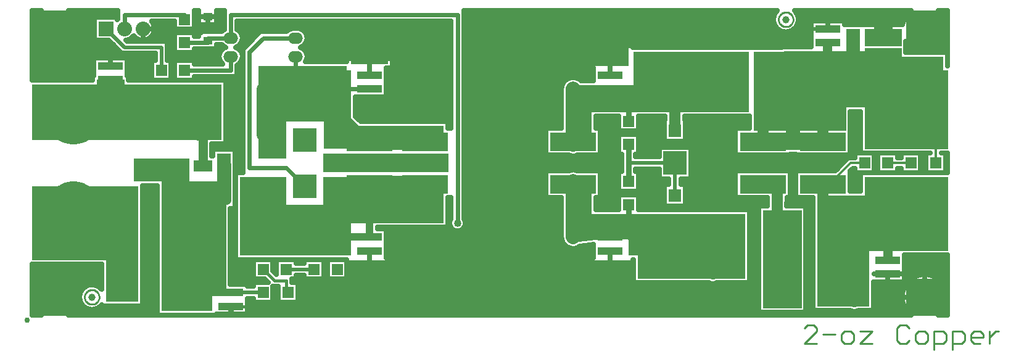
<source format=gtl>
*%FSLAX24Y24*%
*%MOIN*%
G01*
%ADD11C,0.0000*%
%ADD12C,0.0050*%
%ADD13C,0.0060*%
%ADD14C,0.0073*%
%ADD15C,0.0080*%
%ADD16C,0.0098*%
%ADD17C,0.0100*%
%ADD18C,0.0120*%
%ADD19C,0.0160*%
%ADD20C,0.0200*%
%ADD21C,0.0200*%
%ADD22C,0.0240*%
%ADD23C,0.0250*%
%ADD24C,0.0300*%
%ADD25C,0.0300*%
%ADD26C,0.0340*%
%ADD27C,0.0380*%
%ADD28C,0.0394*%
%ADD29C,0.0400*%
%ADD30C,0.0400*%
%ADD31C,0.0430*%
%ADD32C,0.0434*%
%ADD33C,0.0440*%
%ADD34C,0.0450*%
%ADD35C,0.0500*%
%ADD36C,0.0500*%
%ADD37C,0.0560*%
%ADD38C,0.0580*%
%ADD39C,0.0600*%
%ADD40C,0.0630*%
%ADD41C,0.0670*%
%ADD42C,0.0750*%
%ADD43C,0.0760*%
%ADD44C,0.0790*%
%ADD45O,0.0800X0.0600*%
%ADD46C,0.0800*%
%ADD47C,0.0800*%
%ADD48C,0.0827*%
%ADD49O,0.0840X0.0640*%
%ADD50C,0.0840*%
%ADD51C,0.0870*%
%ADD52C,0.0900*%
%ADD53C,0.1100*%
%ADD54C,0.1300*%
%ADD55C,0.1500*%
%ADD56C,0.2000*%
%ADD57C,0.2040*%
%ADD58C,0.2300*%
%ADD59C,0.2500*%
%ADD60R,0.0100X0.0100*%
%ADD61R,0.0200X0.0200*%
%ADD62R,0.0300X0.0300*%
%ADD63R,0.0500X0.0400*%
%ADD64R,0.0500X0.0500*%
%ADD65R,0.0500X0.0500*%
%ADD66R,0.0540X0.0440*%
%ADD67R,0.0550X0.0350*%
%ADD68R,0.0600X0.0600*%
%ADD69R,0.0640X0.0640*%
%ADD70R,0.0700X0.0700*%
%ADD71R,0.0700X0.0700*%
%ADD72R,0.0740X0.0740*%
%ADD73R,0.0740X0.1420*%
%ADD74R,0.0750X0.1460*%
%ADD75R,0.0800X0.0800*%
%ADD76R,0.0800X0.1476*%
%ADD77R,0.0840X0.0840*%
%ADD78R,0.0840X0.1516*%
%ADD79R,0.0960X0.0540*%
%ADD80R,0.1000X0.0600*%
%ADD81R,0.1000X0.1000*%
%ADD82R,0.1040X0.0640*%
%ADD83R,0.1040X0.1040*%
%ADD84R,0.1100X0.1100*%
%ADD85R,0.1200X0.1200*%
%ADD86R,0.1200X0.1200*%
%ADD87R,0.1250X0.1250*%
%ADD88R,0.1250X0.2500*%
%ADD89R,0.1290X0.1290*%
%ADD90R,0.1290X0.1290*%
%ADD91R,0.1300X0.0360*%
%ADD92R,0.1350X0.0400*%
%ADD93R,0.1390X0.0440*%
%ADD94R,0.1500X0.1500*%
%ADD95R,0.1700X0.1700*%
%ADD96R,0.1800X0.1800*%
%ADD97R,0.2000X0.0750*%
%ADD98R,0.2000X0.0940*%
%ADD99R,0.2000X0.0950*%
%ADD100R,0.2000X0.1800*%
%ADD101R,0.2000X0.2000*%
%ADD102R,0.2000X0.2000*%
%ADD103R,0.2040X0.0790*%
%ADD104R,0.2040X0.2040*%
%ADD105R,0.2100X0.2100*%
%ADD106R,0.2200X0.2200*%
%ADD107R,0.2400X0.2400*%
%ADD108R,0.2500X0.0150*%
%ADD109R,0.2500X0.1000*%
%ADD110R,0.2500X0.2500*%
D16*
X55354Y25820D02*
X55352Y25787D01*
X55348Y25754D01*
X55341Y25722D01*
X55332Y25691D01*
X55320Y25660D01*
X55305Y25630D01*
X55288Y25602D01*
X55269Y25575D01*
X55247Y25550D01*
X55223Y25527D01*
X55198Y25506D01*
X55171Y25488D01*
X55142Y25471D01*
X55113Y25457D01*
X55082Y25446D01*
X55050Y25437D01*
X55018Y25431D01*
X54985Y25427D01*
X54952Y25426D01*
X54919Y25428D01*
X54886Y25433D01*
X54854Y25441D01*
X54823Y25451D01*
X54792Y25464D01*
X54763Y25479D01*
X54735Y25497D01*
X54709Y25517D01*
X54685Y25539D01*
X54662Y25563D01*
X54641Y25589D01*
X54623Y25616D01*
X54607Y25645D01*
X54594Y25675D01*
X54583Y25706D01*
X54575Y25738D01*
X54569Y25771D01*
X54567Y25804D01*
Y25836D01*
X54569Y25869D01*
X54575Y25902D01*
X54583Y25934D01*
X54594Y25965D01*
X54607Y25995D01*
X54623Y26024D01*
X54641Y26051D01*
X54662Y26077D01*
X54685Y26101D01*
X54709Y26123D01*
X54735Y26143D01*
X54763Y26161D01*
X54792Y26176D01*
X54823Y26189D01*
X54854Y26199D01*
X54886Y26207D01*
X54919Y26212D01*
X54952Y26214D01*
X54985Y26213D01*
X55018Y26209D01*
X55050Y26203D01*
X55082Y26194D01*
X55113Y26183D01*
X55142Y26169D01*
X55171Y26152D01*
X55198Y26134D01*
X55223Y26113D01*
X55247Y26090D01*
X55269Y26065D01*
X55288Y26038D01*
X55305Y26010D01*
X55320Y25980D01*
X55332Y25949D01*
X55341Y25918D01*
X55348Y25886D01*
X55352Y25853D01*
X55354Y25820D01*
X17854Y10820D02*
X17852Y10787D01*
X17848Y10754D01*
X17841Y10722D01*
X17832Y10691D01*
X17820Y10660D01*
X17805Y10630D01*
X17788Y10602D01*
X17769Y10575D01*
X17747Y10550D01*
X17723Y10527D01*
X17698Y10506D01*
X17671Y10488D01*
X17642Y10471D01*
X17613Y10457D01*
X17582Y10446D01*
X17550Y10437D01*
X17518Y10431D01*
X17485Y10427D01*
X17452Y10426D01*
X17419Y10428D01*
X17386Y10433D01*
X17354Y10441D01*
X17323Y10451D01*
X17292Y10464D01*
X17263Y10479D01*
X17235Y10497D01*
X17209Y10517D01*
X17185Y10539D01*
X17162Y10563D01*
X17141Y10589D01*
X17123Y10616D01*
X17107Y10645D01*
X17094Y10675D01*
X17083Y10706D01*
X17075Y10738D01*
X17069Y10771D01*
X17067Y10804D01*
Y10836D01*
X17069Y10869D01*
X17075Y10902D01*
X17083Y10934D01*
X17094Y10965D01*
X17107Y10995D01*
X17123Y11024D01*
X17141Y11051D01*
X17162Y11077D01*
X17185Y11101D01*
X17209Y11123D01*
X17235Y11143D01*
X17263Y11161D01*
X17292Y11176D01*
X17323Y11189D01*
X17354Y11199D01*
X17386Y11207D01*
X17419Y11212D01*
X17452Y11214D01*
X17485Y11213D01*
X17518Y11209D01*
X17550Y11203D01*
X17582Y11194D01*
X17613Y11183D01*
X17642Y11169D01*
X17671Y11152D01*
X17698Y11134D01*
X17723Y11113D01*
X17747Y11090D01*
X17769Y11065D01*
X17788Y11038D01*
X17805Y11010D01*
X17820Y10980D01*
X17832Y10949D01*
X17841Y10918D01*
X17848Y10886D01*
X17852Y10853D01*
X17854Y10820D01*
D17*
X55960Y8320D02*
X56626D01*
X55960D02*
X56626Y8986D01*
Y9153D01*
X56460Y9320D01*
X56127D01*
X55960Y9153D01*
X56960Y8820D02*
X57626D01*
X58126Y8320D02*
X58459D01*
X58626Y8487D01*
Y8820D01*
X58459Y8986D01*
X58126D01*
X57959Y8820D01*
Y8487D01*
X58126Y8320D01*
X58959Y8986D02*
X59625D01*
X58959Y8320D01*
X59625D01*
X61458Y9320D02*
X61625Y9153D01*
X61458Y9320D02*
X61125D01*
X60958Y9153D01*
Y8487D01*
X61125Y8320D01*
X61458D01*
X61625Y8487D01*
X62125Y8320D02*
X62458D01*
X62625Y8487D01*
Y8820D01*
X62458Y8986D01*
X62125D01*
X61958Y8820D01*
Y8487D01*
X62125Y8320D01*
X62958Y7987D02*
Y8986D01*
X63458D01*
X63624Y8820D01*
Y8487D01*
X63458Y8320D01*
X62958D01*
X63957Y7987D02*
Y8986D01*
X64457D01*
X64624Y8820D01*
Y8487D01*
X64457Y8320D01*
X63957D01*
X65124D02*
X65457D01*
X65124D02*
X64957Y8487D01*
Y8820D01*
X65124Y8986D01*
X65457D01*
X65624Y8820D01*
Y8653D01*
X64957D01*
X65957Y8986D02*
Y8320D01*
Y8653D01*
X66123Y8820D01*
X66290Y8986D01*
X66457D01*
D18*
X57460Y17070D02*
X58460Y18070D01*
X63060D02*
Y21070D01*
X57460Y17070D02*
X56710D01*
X60460Y18070D02*
X61710D01*
X59210D02*
X58460D01*
X18460Y20570D02*
X17960D01*
X18020D01*
X63020Y21070D02*
X63060D01*
D19*
X27960Y11720D02*
Y11070D01*
X27310Y11720D02*
X26710Y12320D01*
X27960Y11070D02*
X28060D01*
X27960Y11720D02*
X27310D01*
D21*
X19210Y24320D02*
X18210Y25320D01*
X21710Y10639D02*
Y10570D01*
X21210Y23070D02*
Y24320D01*
X22960Y12320D02*
Y10570D01*
X46460Y18070D02*
Y19070D01*
X48960Y18070D02*
Y16320D01*
X26710Y11070D02*
X24960D01*
X22960Y10570D02*
X21710D01*
X27960Y12320D02*
X29460D01*
X46460Y18070D02*
X48960D01*
X21210Y24320D02*
X19210D01*
D22*
X25960Y24070D02*
X26710Y24820D01*
X27960Y17820D02*
X28960Y16820D01*
Y13570D02*
X31210Y14070D01*
X19210Y25320D02*
Y26070D01*
X23710Y24820D02*
Y24670D01*
X22460Y25820D02*
Y26070D01*
X23710Y24670D02*
Y24570D01*
X25960Y24070D02*
Y17820D01*
X24960Y24820D02*
Y26070D01*
Y23820D02*
Y23070D01*
X28460Y23820D02*
Y21570D01*
X37210Y26070D02*
Y14820D01*
X56960Y16070D02*
Y17070D01*
Y19070D02*
Y21570D01*
X48960Y14070D02*
X45460D01*
X32460D02*
X31210D01*
X56960Y16070D02*
X58710D01*
X27960Y17820D02*
X25960D01*
X18270Y20820D02*
X15460D01*
X45460Y22070D02*
X48960D01*
X32460D02*
X28960D01*
X56960Y21570D02*
X58710D01*
X28460D02*
X26710D01*
X26660D01*
X26710Y24820D02*
X28460D01*
X24960D02*
X23710D01*
Y24570D02*
X22460D01*
Y23070D02*
X24960D01*
Y26070D02*
X37210D01*
X22460D02*
X19210D01*
D23*
X19345Y23995D02*
X19210Y23860D01*
X27436Y11415D02*
X27435Y11414D01*
X27310Y11289D01*
X58438Y17645D02*
X58578Y17785D01*
X58438Y17645D02*
X58435Y17642D01*
Y18448D02*
X58460Y18473D01*
X58435Y18448D02*
X58342Y18355D01*
X58175Y18188D01*
X57772Y17785D01*
X57745Y17758D01*
X57632Y17645D01*
X26710Y25308D02*
X26567Y25165D01*
X26365Y24963D01*
X26305Y24903D01*
X25877Y24475D01*
X25817Y24415D01*
X25615Y24213D01*
X25567Y24165D01*
X25503Y24101D01*
X18425Y24645D02*
X18375Y24695D01*
X18425Y24645D02*
X18835Y24235D01*
X18865Y24205D01*
X18885Y24185D01*
X19075Y23995D01*
X19210Y23860D01*
X19295Y24695D02*
X19290Y24700D01*
X19295Y24695D02*
X19345Y24645D01*
X26804Y11795D02*
X27004Y11595D01*
X27435Y12026D02*
X27235Y12226D01*
X58460Y18473D02*
X58578Y18355D01*
X26853Y25165D02*
X26710Y25308D01*
X25559Y23983D02*
X25615Y23927D01*
X31685Y20587D02*
X31727Y20545D01*
X31977Y20295D01*
X55016Y16195D02*
X55006Y15745D01*
X53955D02*
X53965Y16195D01*
X44560Y13664D02*
X44389Y13645D01*
X44085Y13611D01*
X43855Y13586D01*
X14235Y25320D02*
Y26295D01*
Y25320D02*
Y25320D01*
Y22545D01*
Y12595D02*
Y10820D01*
Y10820D01*
Y9845D01*
X14360Y25859D02*
Y26295D01*
Y24781D02*
Y22545D01*
Y12595D02*
Y11359D01*
Y10281D02*
Y9845D01*
X14610Y22545D02*
Y24438D01*
Y12595D02*
Y11702D01*
X14860Y22545D02*
Y24252D01*
Y12595D02*
Y11888D01*
X15110Y22545D02*
Y24146D01*
Y12595D02*
Y11994D01*
X15360Y22545D02*
Y24099D01*
Y12595D02*
Y12041D01*
X15610Y22545D02*
Y24104D01*
Y12595D02*
Y12036D01*
X15860Y22545D02*
Y24162D01*
Y12595D02*
Y11978D01*
X16110Y22545D02*
Y24282D01*
Y12595D02*
Y11858D01*
X15460Y12045D02*
Y10820D01*
Y24095D02*
Y25320D01*
X16360Y24489D02*
Y22545D01*
Y12595D02*
Y11651D01*
X16610Y25742D02*
Y26295D01*
Y24898D02*
Y22545D01*
Y12595D02*
Y11242D01*
Y10398D02*
Y9845D01*
X16860Y22545D02*
Y26295D01*
Y12595D02*
Y11113D01*
Y10527D02*
Y9845D01*
X17110Y22545D02*
Y26295D01*
Y12595D02*
Y11389D01*
Y10251D02*
Y9845D01*
X17360Y25945D02*
Y26295D01*
Y25945D02*
Y24695D01*
Y23745D01*
Y22995D01*
Y22795D02*
Y22545D01*
Y12595D02*
Y11480D01*
Y10160D02*
Y9845D01*
X17610Y25945D02*
Y26295D01*
Y24695D02*
Y23745D01*
Y12595D02*
Y11471D01*
Y10169D02*
Y9845D01*
X17860Y25945D02*
Y26295D01*
Y24695D02*
Y23745D01*
Y12595D02*
Y11355D01*
Y10285D02*
Y9845D01*
X18110Y25945D02*
Y26295D01*
Y24695D02*
Y23745D01*
Y10345D02*
Y9845D01*
X17985Y11233D02*
Y12595D01*
Y10407D02*
Y10345D01*
X17485Y22795D02*
Y22895D01*
Y22795D02*
Y22545D01*
X17585Y24695D02*
Y25945D01*
X17560Y23745D02*
Y22995D01*
Y22795D02*
Y22770D01*
Y22895D02*
Y22995D01*
Y22895D02*
Y22795D01*
X18360Y25945D02*
Y26295D01*
Y24695D02*
Y23745D01*
Y10345D02*
Y9845D01*
X18610Y25945D02*
Y26295D01*
Y24460D02*
Y23995D01*
Y23745D01*
Y10345D02*
Y9845D01*
X18860Y25945D02*
Y26295D01*
Y23995D02*
Y23745D01*
Y10345D02*
Y9845D01*
X19110D02*
Y10345D01*
X19360Y23745D02*
Y23995D01*
Y10345D02*
Y9845D01*
X19610Y23745D02*
Y23995D01*
Y23745D02*
Y22995D01*
Y22795D02*
Y22545D01*
Y10345D02*
Y9845D01*
X19860Y22545D02*
Y23995D01*
Y10345D02*
Y9845D01*
X20110Y22545D02*
Y23995D01*
Y10345D02*
Y9845D01*
X18885Y23995D02*
Y24185D01*
X20185Y12345D02*
Y10607D01*
Y10345D01*
Y10220D01*
Y14295D02*
Y16845D01*
Y12345D02*
Y12220D01*
X19435Y22795D02*
Y22895D01*
Y22795D02*
Y22545D01*
X18835Y25820D02*
Y25945D01*
X19360Y22795D02*
Y22770D01*
X18460Y23320D02*
Y24220D01*
X19360Y23745D02*
Y22995D01*
X18865Y25945D02*
Y26295D01*
Y25945D02*
Y25841D01*
X20185Y14295D02*
Y12533D01*
Y12345D01*
X19360Y22895D02*
Y22995D01*
Y22895D02*
Y22795D01*
X20360Y22545D02*
Y23995D01*
Y16845D02*
Y14295D01*
Y12345D01*
Y10345D01*
Y9845D01*
X20610Y23595D02*
Y23995D01*
Y23595D02*
Y22745D01*
Y16845D02*
Y9845D01*
X20860Y24645D02*
Y25725D01*
Y23995D02*
Y23595D01*
Y16845D02*
Y13795D01*
Y10845D01*
Y9845D01*
X21110Y24645D02*
Y25725D01*
X21360D02*
Y24645D01*
X21610D02*
Y25725D01*
Y24645D02*
Y23995D01*
Y23595D01*
X21860Y25475D02*
Y25725D01*
Y24915D02*
Y24225D01*
Y24045D02*
Y23595D01*
Y23415D02*
Y22725D01*
X22110Y23595D02*
Y24045D01*
X21535Y23995D02*
Y23595D01*
X20885D02*
Y23995D01*
X20985Y10845D02*
Y9845D01*
Y13795D02*
Y16845D01*
Y10845D02*
Y10720D01*
X21935Y24915D02*
Y25095D01*
Y24915D02*
Y24225D01*
Y24045D01*
Y23920D01*
Y25475D02*
Y25725D01*
Y25475D02*
Y25295D01*
Y25170D01*
Y23595D02*
Y23415D01*
Y22725D01*
Y22545D01*
X21735Y22745D02*
Y23595D01*
Y22745D02*
Y22545D01*
X20685Y22745D02*
Y23595D01*
Y22745D02*
Y22545D01*
X20210Y24695D02*
Y25320D01*
X21535Y24645D02*
Y23995D01*
X20985Y13795D02*
Y10845D01*
X22360Y23595D02*
Y24045D01*
X22610D02*
Y23595D01*
X22860D02*
Y24045D01*
X23110Y25545D02*
Y26295D01*
Y25545D02*
Y25295D01*
Y24045D02*
Y23595D01*
X23360Y25165D02*
Y25545D01*
Y24225D02*
Y23415D01*
X23610Y25165D02*
Y25545D01*
Y24225D02*
Y23415D01*
X23860Y25165D02*
Y25545D01*
Y24225D02*
Y23415D01*
X23935Y19095D02*
Y18795D01*
Y18445D01*
X24055Y24200D02*
Y24225D01*
X23365D02*
Y24200D01*
Y24225D02*
Y24100D01*
X23985Y18795D02*
Y18445D01*
X23235Y25545D02*
Y26295D01*
Y25165D02*
Y25095D01*
Y25015D01*
Y24915D01*
X22985D02*
Y25095D01*
Y24225D02*
Y24045D01*
Y23920D01*
Y25725D02*
Y26295D01*
Y25725D02*
Y25545D01*
Y25475D01*
Y25295D01*
Y25170D01*
Y23595D02*
Y23415D01*
Y22725D02*
Y22545D01*
X23710Y25495D02*
Y25970D01*
X24055Y24245D02*
Y24225D01*
X23365Y25095D02*
Y25165D01*
X24055Y24225D02*
Y24100D01*
X24110Y25165D02*
Y25545D01*
Y24225D02*
Y23415D01*
Y19095D02*
Y18795D01*
X24360Y25725D02*
Y26295D01*
Y25545D02*
Y25165D01*
Y19095D02*
Y18795D01*
X24610Y25725D02*
Y26295D01*
Y25725D02*
Y25345D01*
Y19095D02*
Y18795D01*
X24860Y21420D02*
Y22545D01*
Y21420D02*
Y19720D01*
Y19095D01*
Y18795D01*
X25110D02*
Y22725D01*
Y15595D02*
Y12845D01*
Y11495D01*
X25360Y25251D02*
Y25725D01*
Y23389D02*
Y22725D01*
Y18795D01*
Y18445D01*
Y18165D01*
Y17545D01*
Y12845D02*
Y11495D01*
X25610Y24415D02*
Y25725D01*
Y24208D02*
Y23932D01*
Y18165D01*
Y17545D01*
Y12845D02*
Y11495D01*
X25860Y24458D02*
Y25725D01*
Y12845D02*
Y11495D01*
X25615Y24213D02*
Y24415D01*
Y24213D02*
Y23927D01*
Y18165D01*
X25305Y25345D02*
Y25725D01*
Y25345D02*
Y25284D01*
X24615Y25345D02*
Y25725D01*
Y25345D02*
Y25284D01*
X24685Y22545D02*
Y21420D01*
Y19720D01*
Y19095D01*
X24185Y9895D02*
Y9845D01*
X25235Y16595D02*
Y17545D01*
Y16595D02*
Y16545D01*
Y15595D01*
Y12845D01*
X24935D02*
Y15595D01*
Y12845D02*
Y11495D01*
X25185Y18445D02*
Y18795D01*
Y16545D02*
Y16470D01*
X25860Y11495D02*
Y11395D01*
Y10645D02*
Y10520D01*
Y9895D02*
Y9845D01*
X24185Y25545D02*
Y26295D01*
Y24475D02*
Y24325D01*
Y24245D01*
Y24225D01*
X25860Y10645D02*
Y9895D01*
X25615Y17545D02*
Y18165D01*
X24615Y25725D02*
Y26295D01*
X25305Y23356D02*
Y23295D01*
Y22725D01*
X25185Y18445D02*
Y17545D01*
Y17295D01*
Y16595D01*
Y16545D01*
Y15595D01*
Y15470D01*
X25860Y10745D02*
Y10645D01*
X26110Y25165D02*
Y25725D01*
Y25165D02*
Y24708D01*
Y12845D02*
Y11795D01*
Y10545D02*
Y9895D01*
X26360Y25165D02*
Y25725D01*
Y10545D02*
Y9845D01*
X26610Y25208D02*
Y25725D01*
Y10545D02*
Y9845D01*
X26860Y25165D02*
Y25725D01*
Y10545D02*
Y9845D01*
X27110Y25165D02*
Y25725D01*
Y10545D02*
Y9845D01*
X27360Y25165D02*
Y25725D01*
Y12645D02*
Y12101D01*
Y11339D02*
Y10765D01*
Y10545D02*
Y9845D01*
X27610Y25165D02*
Y25725D01*
Y10545D02*
Y9845D01*
X27860Y25165D02*
Y25725D01*
Y10545D02*
Y9845D01*
X26365Y24963D02*
Y25165D01*
X27535Y11415D02*
Y11375D01*
Y10765D01*
Y10545D01*
X27235Y11395D02*
Y11415D01*
Y11395D02*
Y11364D01*
Y10745D01*
Y10545D01*
Y10420D01*
X26185Y11395D02*
Y11595D01*
Y10745D02*
Y10545D01*
Y10420D01*
X27435Y12645D02*
Y12845D01*
Y12645D02*
Y12026D01*
X27235Y12226D02*
Y12845D01*
X26185D02*
Y11795D01*
Y11670D01*
X28110Y25345D02*
Y25725D01*
Y10545D02*
Y9845D01*
X28360Y25345D02*
Y25725D01*
Y10545D02*
Y9845D01*
X28610Y25345D02*
Y25725D01*
Y11375D02*
Y10765D01*
Y10545D02*
Y9845D01*
X28860Y25251D02*
Y25725D01*
Y11595D02*
Y10545D01*
Y9845D01*
X29110Y23545D02*
Y25725D01*
Y11795D02*
Y9845D01*
X29360Y23545D02*
Y25725D01*
Y11795D02*
Y9845D01*
X29610Y23545D02*
Y25725D01*
Y11795D02*
Y9845D01*
X29860Y23545D02*
Y25725D01*
Y11795D02*
Y9845D01*
X28935Y12645D02*
Y12845D01*
Y11995D02*
Y11795D01*
X28585Y11595D02*
Y11375D01*
Y10765D01*
Y10545D01*
X28485Y12645D02*
Y12845D01*
Y11995D02*
Y11795D01*
X28265D02*
Y11595D01*
X30110Y23545D02*
Y25725D01*
Y12845D02*
Y11795D01*
Y9845D01*
X30360Y23545D02*
Y25725D01*
Y11795D02*
Y9845D01*
X30610Y23545D02*
Y25725D01*
Y11795D02*
Y9845D01*
X30860Y23545D02*
Y25725D01*
Y11795D02*
Y9845D01*
X31110Y23545D02*
Y25645D01*
Y11795D02*
Y10495D01*
Y9845D01*
X31360D02*
Y10495D01*
X31610D02*
Y9845D01*
X31860Y20545D02*
Y21645D01*
Y10495D02*
Y9845D01*
X31685Y20587D02*
Y21645D01*
X29985Y12845D02*
Y12645D01*
Y11995D01*
Y11795D01*
X31235D02*
Y11670D01*
X30185Y11795D02*
Y12845D01*
X31235Y25645D02*
Y25725D01*
Y25645D02*
Y23545D01*
Y11795D02*
Y10495D01*
Y10370D01*
Y11795D02*
Y12845D01*
X32110Y20295D02*
Y21645D01*
Y10495D02*
Y9845D01*
X32360Y20295D02*
Y21645D01*
Y10495D02*
Y9845D01*
X32610Y20295D02*
Y21645D01*
Y10495D02*
Y9845D01*
X32860Y20295D02*
Y21645D01*
Y10495D02*
Y9845D01*
X33110Y20295D02*
Y21645D01*
Y10495D02*
Y9845D01*
X33360Y20295D02*
Y21645D01*
Y10495D02*
Y9845D01*
X33610Y22495D02*
Y23195D01*
Y22395D02*
Y21645D01*
Y20295D01*
Y14495D02*
Y13745D01*
Y13645D02*
Y12945D01*
Y10495D02*
Y9845D01*
X33860Y23195D02*
Y25645D01*
Y23195D02*
Y20295D01*
Y14595D02*
Y12945D01*
Y10495D01*
Y9845D01*
X32805Y21600D02*
Y21645D01*
X33360Y14595D02*
Y14495D01*
Y13645D02*
Y13520D01*
X33685Y25645D02*
Y25725D01*
Y25645D02*
Y23195D01*
Y12945D02*
Y10495D01*
X33360Y22270D02*
Y22395D01*
Y21645D02*
Y21520D01*
X32460Y22820D02*
Y23720D01*
Y11720D02*
Y10495D01*
Y11720D02*
Y12945D01*
Y23195D02*
Y24420D01*
Y25645D01*
Y13320D02*
Y12420D01*
X33360Y22495D02*
Y23195D01*
Y22395D02*
Y21645D01*
Y14495D02*
Y13745D01*
Y13645D02*
Y12945D01*
X32885Y14495D02*
Y14595D01*
X33360Y13745D02*
Y13645D01*
Y22395D02*
Y22495D01*
X34110Y20295D02*
Y25725D01*
Y14595D02*
Y9845D01*
X34360Y20295D02*
Y25725D01*
Y14595D02*
Y9845D01*
X34610Y20295D02*
Y25725D01*
Y14595D02*
Y9845D01*
X34860Y20295D02*
Y25725D01*
Y14595D02*
Y9845D01*
X35110Y20295D02*
Y25725D01*
Y14595D02*
Y9845D01*
X35360Y20295D02*
Y25725D01*
Y14595D02*
Y9845D01*
X35610Y20295D02*
Y25725D01*
Y14595D02*
Y9845D01*
X35860Y20295D02*
Y25725D01*
Y14595D02*
Y9845D01*
X36110Y20295D02*
Y25725D01*
Y14595D02*
Y9845D01*
X36360Y20295D02*
Y25725D01*
Y14595D02*
Y9845D01*
X36610Y20295D02*
Y25725D01*
Y14475D02*
Y9845D01*
X36860Y20295D02*
Y25725D01*
Y20295D02*
Y19945D01*
Y16195D02*
Y15061D01*
Y14475D02*
Y9845D01*
X37110D02*
Y14407D01*
X37360Y14422D02*
Y9845D01*
X37610Y25725D02*
Y26295D01*
Y25645D02*
Y23195D01*
Y14964D01*
Y14475D02*
Y12945D01*
Y10495D01*
Y9845D01*
X37555Y23195D02*
Y25645D01*
Y23195D02*
Y15068D01*
Y14572D02*
Y14475D01*
X36865Y20295D02*
Y25725D01*
Y20295D02*
Y19945D01*
Y16195D02*
Y15068D01*
Y14572D02*
Y14475D01*
X36685Y19945D02*
Y20295D01*
Y16195D02*
Y14595D01*
Y14475D01*
X37735Y12945D02*
Y10495D01*
Y25645D02*
Y25725D01*
Y25645D02*
Y23195D01*
X37555Y25725D02*
Y26295D01*
Y25725D02*
Y25645D01*
X37860D02*
Y26295D01*
Y23195D02*
Y12945D01*
Y10495D02*
Y9845D01*
X38110Y25645D02*
Y26295D01*
Y23195D02*
Y12945D01*
Y10495D02*
Y9845D01*
X38360Y25645D02*
Y26295D01*
Y23195D02*
Y12945D01*
Y10495D02*
Y9845D01*
X38610Y25645D02*
Y26295D01*
Y23195D02*
Y12945D01*
Y10495D02*
Y9845D01*
X38860Y25645D02*
Y26295D01*
Y23195D02*
Y12945D01*
Y10495D02*
Y9845D01*
X39110Y25645D02*
Y26295D01*
Y23195D02*
Y12945D01*
Y10495D02*
Y9845D01*
X39360Y25645D02*
Y26295D01*
Y23195D02*
Y12945D01*
Y10495D02*
Y9845D01*
X39610Y25645D02*
Y26295D01*
Y23195D02*
Y12945D01*
Y10495D02*
Y9845D01*
X38960Y23195D02*
Y24420D01*
Y25645D01*
Y11720D02*
Y10495D01*
Y11720D02*
Y12945D01*
X39860Y25645D02*
Y26295D01*
Y23195D02*
Y12945D01*
Y10495D02*
Y9845D01*
X40110Y25645D02*
Y26295D01*
Y23195D02*
Y12945D01*
Y10495D02*
Y9845D01*
X40360Y25645D02*
Y26295D01*
Y25645D02*
Y23195D01*
Y12945D01*
Y10495D01*
Y9845D01*
X40610D02*
Y26295D01*
X40860D02*
Y9845D01*
X41110D02*
Y26295D01*
X41360D02*
Y9845D01*
X41610D02*
Y26295D01*
X40185Y12945D02*
Y10495D01*
Y23195D02*
Y25645D01*
X41860Y26295D02*
Y19945D01*
Y18495D01*
Y17645D01*
Y16195D01*
Y9845D01*
X42110Y19945D02*
Y26295D01*
Y18495D02*
Y17645D01*
Y16195D02*
Y9845D01*
X42360Y19945D02*
Y26295D01*
Y18495D02*
Y17645D01*
Y16195D02*
Y9845D01*
X42610Y19945D02*
Y26295D01*
Y18495D02*
Y17645D01*
Y16195D02*
Y9845D01*
X42860Y22495D02*
Y26295D01*
Y18495D02*
Y17645D01*
Y13895D02*
Y9845D01*
X43110Y22588D02*
Y26295D01*
Y18495D02*
Y17645D01*
Y13552D02*
Y9845D01*
X43360Y22687D02*
Y26295D01*
Y18453D02*
Y17687D01*
Y13453D02*
Y9845D01*
X43610Y22677D02*
Y26295D01*
Y18463D02*
Y17677D01*
Y13463D02*
Y9845D01*
X42835Y14070D02*
Y16195D01*
Y21645D02*
Y22070D01*
Y21645D02*
Y20595D01*
Y19945D01*
X41985Y17645D02*
Y16195D01*
Y18495D02*
Y19945D01*
X43860Y22550D02*
Y26295D01*
Y18495D02*
Y17645D01*
Y13586D02*
Y9845D01*
X44110Y25645D02*
Y26295D01*
Y25645D02*
Y23195D01*
Y22495D01*
Y18495D02*
Y17645D01*
Y13614D02*
Y12945D01*
Y10495D01*
Y9845D01*
X44360Y25645D02*
Y26295D01*
Y23195D02*
Y22495D01*
Y18495D02*
Y17645D01*
Y13642D02*
Y12945D01*
Y10495D02*
Y9845D01*
X44610Y25645D02*
Y26295D01*
Y18495D02*
Y17645D01*
Y10495D02*
Y9845D01*
X44860Y25645D02*
Y26295D01*
Y20595D02*
Y19945D01*
Y18495D02*
Y17645D01*
Y16195D02*
Y15545D01*
Y10495D02*
Y9845D01*
X45110Y25645D02*
Y26295D01*
Y20595D02*
Y19945D01*
Y18495D01*
Y17645D01*
Y16195D01*
Y15545D01*
Y10495D02*
Y9845D01*
X45360Y25645D02*
Y26295D01*
Y20595D02*
Y15545D01*
Y10495D02*
Y9845D01*
X45610Y25645D02*
Y26295D01*
Y20595D02*
Y15545D01*
Y10495D02*
Y9845D01*
X44685Y19945D02*
Y20595D01*
Y16195D02*
Y15545D01*
X44560Y22495D02*
Y23195D01*
Y13645D02*
Y13520D01*
Y13645D02*
Y12945D01*
X44935Y17545D02*
Y17645D01*
Y17545D02*
Y16195D01*
Y19095D02*
Y19945D01*
Y19095D02*
Y18495D01*
X44235Y12945D02*
Y10495D01*
Y23195D02*
Y25645D01*
X45460Y24420D02*
Y23195D01*
Y24420D02*
Y25645D01*
Y11720D02*
Y10495D01*
Y11720D02*
Y12945D01*
Y13320D02*
Y12420D01*
Y22820D02*
Y23720D01*
X44560Y13664D02*
Y13645D01*
X45860Y25645D02*
Y26295D01*
Y20595D02*
Y19945D01*
Y19395D02*
Y18545D01*
Y18395D02*
Y17745D01*
Y17595D02*
Y16695D01*
Y16195D02*
Y15545D01*
Y10495D02*
Y9845D01*
X46110Y25645D02*
Y26295D01*
Y10495D02*
Y9845D01*
X46360Y25645D02*
Y26295D01*
Y10495D02*
Y9845D01*
X46610Y25645D02*
Y26295D01*
Y10495D02*
Y9845D01*
X46860Y25645D02*
Y26295D01*
Y25645D02*
Y24295D01*
Y11595D02*
Y10495D01*
Y9845D01*
X47110Y24295D02*
Y26295D01*
Y20595D02*
Y19945D01*
Y19445D02*
Y18545D01*
Y17595D02*
Y16695D01*
Y16195D02*
Y15545D01*
Y11595D02*
Y9845D01*
X47360Y24295D02*
Y26295D01*
Y20595D02*
Y18395D01*
Y17745D02*
Y15545D01*
Y11595D02*
Y9845D01*
X46735Y11595D02*
Y12845D01*
X46985Y19945D02*
Y20595D01*
Y19945D02*
Y19795D01*
Y19670D01*
X45935Y19945D02*
Y20595D01*
Y19945D02*
Y19795D01*
Y19670D01*
X46985Y19595D02*
Y19445D01*
Y19395D01*
Y18545D01*
Y18445D01*
Y18420D01*
X45935Y19445D02*
Y19595D01*
Y19445D02*
Y19395D01*
Y18545D01*
Y18445D01*
Y18420D01*
X46985Y16345D02*
Y16195D01*
Y15545D01*
X45935Y16195D02*
Y16345D01*
Y16195D02*
Y15545D01*
X46985Y16695D02*
Y17595D01*
Y16695D02*
Y16545D01*
Y16420D01*
X45935Y16695D02*
Y17595D01*
Y16695D02*
Y16545D01*
Y16420D01*
X46685Y12845D02*
Y11595D01*
Y10495D01*
Y24295D02*
Y25645D01*
X46835Y18545D02*
Y18445D01*
Y18395D01*
Y17745D02*
Y17595D01*
X46085Y18445D02*
Y18545D01*
Y18445D02*
Y18395D01*
Y17745D01*
Y17595D01*
X47610Y24295D02*
Y26295D01*
Y20595D02*
Y18395D01*
Y17745D02*
Y15545D01*
Y11595D02*
Y9845D01*
X47860Y24295D02*
Y26295D01*
Y20595D02*
Y18920D01*
Y18395D01*
Y17745D02*
Y17220D01*
Y15545D01*
Y11595D02*
Y9845D01*
X48110Y24295D02*
Y26295D01*
Y20395D02*
Y19245D01*
Y18920D01*
Y17220D02*
Y16895D01*
Y15745D01*
Y11595D02*
Y9845D01*
X48360Y24295D02*
Y26295D01*
Y20395D02*
Y19245D01*
Y18920D01*
Y17220D02*
Y16895D01*
Y15995D01*
Y15745D01*
Y11595D02*
Y9845D01*
X48610Y24295D02*
Y26295D01*
Y19245D02*
Y18920D01*
Y17220D02*
Y16895D01*
Y11595D02*
Y9845D01*
X48860Y24295D02*
Y26295D01*
Y19245D02*
Y18920D01*
Y11595D02*
Y9845D01*
X49110Y24295D02*
Y26295D01*
Y19245D02*
Y18920D01*
Y11595D02*
Y9845D01*
X49360Y24295D02*
Y26295D01*
Y19245D02*
Y18920D01*
Y17220D02*
Y16895D01*
Y11595D02*
Y9845D01*
X49485Y20395D02*
Y20595D01*
X48435D02*
Y20395D01*
X49285Y17220D02*
Y16895D01*
X48635D02*
Y17220D01*
X49535Y16895D02*
Y15995D01*
Y15745D01*
X48385Y15995D02*
Y16895D01*
Y15995D02*
Y15745D01*
X49535Y19245D02*
Y20395D01*
X48385D02*
Y19245D01*
X48110Y18920D02*
Y18395D01*
Y17745D02*
Y17220D01*
X49610Y24295D02*
Y26295D01*
Y20395D02*
Y19245D01*
Y18920D01*
Y17220D02*
Y16895D01*
Y15745D01*
Y11595D02*
Y9845D01*
X49860Y24295D02*
Y26295D01*
Y20595D02*
Y18920D01*
Y17220D01*
Y15545D01*
Y11595D02*
Y9845D01*
X50110Y24295D02*
Y26295D01*
Y20595D02*
Y15545D01*
Y11595D02*
Y9845D01*
X50360Y24295D02*
Y26295D01*
Y20595D02*
Y15545D01*
Y11595D02*
Y9845D01*
X50610Y24295D02*
Y26295D01*
Y20595D02*
Y15545D01*
Y11595D02*
Y9845D01*
X50860Y24295D02*
Y26295D01*
Y20595D02*
Y15545D01*
Y11567D02*
Y9845D01*
X51110Y24295D02*
Y26295D01*
Y20595D02*
Y15545D01*
Y11555D02*
Y9845D01*
X51360Y24295D02*
Y26295D01*
Y20595D02*
Y15545D01*
Y11595D02*
Y9845D01*
X49810Y17220D02*
Y18920D01*
X51610Y24295D02*
Y26295D01*
Y20595D02*
Y15545D01*
Y11595D02*
Y9845D01*
X51860Y24295D02*
Y26295D01*
Y20595D02*
Y15545D01*
Y11595D02*
Y9845D01*
X52110Y24295D02*
Y26295D01*
Y20595D02*
Y19945D01*
Y18495D01*
Y17645D01*
Y16195D01*
Y15545D01*
Y11595D02*
Y9845D01*
X52360Y24295D02*
Y26295D01*
Y20595D02*
Y19945D01*
Y18495D02*
Y17645D01*
Y16195D02*
Y15545D01*
Y11595D02*
Y9845D01*
X52610Y24295D02*
Y26295D01*
Y20595D02*
Y19945D01*
Y18495D02*
Y17645D01*
Y16195D02*
Y15545D01*
Y11595D02*
Y9845D01*
X52860Y24295D02*
Y26295D01*
Y20595D02*
Y19945D01*
Y18495D02*
Y17645D01*
Y16195D02*
Y15545D01*
Y11595D02*
Y9845D01*
X53110Y24295D02*
Y26295D01*
Y18495D02*
Y17645D01*
Y16195D02*
Y15545D01*
Y11595D01*
Y9845D01*
X53360Y24295D02*
Y26295D01*
Y18495D02*
Y17645D01*
Y16195D02*
Y15745D01*
Y9995D01*
X52985Y11595D02*
Y15545D01*
Y19945D02*
Y20595D01*
X52235Y17645D02*
Y16195D01*
Y18495D02*
Y19945D01*
X53610Y24295D02*
Y26295D01*
Y18495D02*
Y17645D01*
Y16195D02*
Y15745D01*
X53860Y24295D02*
Y26295D01*
Y18495D02*
Y17645D01*
Y16195D02*
Y15745D01*
X54110Y24295D02*
Y26295D01*
Y18495D02*
Y17645D01*
X54360Y24295D02*
Y25527D01*
Y18495D02*
Y17645D01*
X54610Y24295D02*
Y25251D01*
Y18495D02*
Y17645D01*
X54860Y24345D02*
Y25160D01*
Y18495D02*
Y17645D01*
X55110Y24345D02*
Y25169D01*
Y18495D02*
Y17645D01*
Y16195D02*
Y15745D01*
X55360Y24345D02*
Y25285D01*
Y18495D02*
Y17645D01*
Y16195D01*
Y15745D01*
X53485D02*
Y9995D01*
X55185Y16195D02*
Y17645D01*
Y18495D02*
Y18545D01*
X55610Y25974D02*
Y26295D01*
Y25666D02*
Y24345D01*
Y18495D02*
Y17645D01*
Y16195D02*
Y15745D01*
X55860Y24345D02*
Y26295D01*
Y18495D02*
Y17645D01*
Y16195D02*
Y15745D01*
X56110Y25745D02*
Y26295D01*
Y25745D02*
Y24995D01*
Y24895D02*
Y24345D01*
Y18495D02*
Y17645D01*
Y16195D02*
Y15745D01*
Y9995D01*
X56360Y25745D02*
Y26295D01*
Y18495D02*
Y17645D01*
Y16195D02*
Y15725D01*
Y10095D01*
Y9845D01*
X56610Y25745D02*
Y26295D01*
Y18495D02*
Y17645D01*
Y10095D02*
Y9845D01*
X56860Y25745D02*
Y26295D01*
Y18495D02*
Y17645D01*
Y10095D02*
Y9845D01*
X57110Y25745D02*
Y26295D01*
Y18495D02*
Y17645D01*
Y10095D02*
Y9845D01*
X57360Y25745D02*
Y26295D01*
Y18495D02*
Y17645D01*
Y10095D02*
Y9845D01*
X56435Y15320D02*
Y15725D01*
Y15320D02*
Y15195D01*
X56035Y14920D02*
Y15745D01*
Y14920D02*
Y13220D01*
Y9995D01*
X56435Y15320D02*
Y15725D01*
Y15320D02*
Y15320D01*
Y10095D01*
Y9970D01*
X56310Y24995D02*
Y25745D01*
Y24895D02*
Y24770D01*
Y24895D02*
Y24345D01*
X55485Y17645D02*
Y16195D01*
Y18495D02*
Y18545D01*
X57210Y25320D02*
Y26220D01*
X56435Y16195D02*
Y15725D01*
X56310Y24895D02*
Y24995D01*
X57610Y25745D02*
Y26295D01*
Y18495D02*
Y17645D01*
Y10095D02*
Y9845D01*
X57860Y25745D02*
Y26295D01*
Y18495D02*
Y17873D01*
Y10095D02*
Y9845D01*
X58110Y25745D02*
Y26295D01*
Y10095D02*
Y9845D01*
X58360Y25745D02*
Y26295D01*
Y10095D02*
Y9845D01*
X58610Y25545D02*
Y26295D01*
Y20845D02*
Y19945D01*
Y19595D01*
Y18595D01*
Y17545D02*
Y16545D01*
X58860Y25545D02*
Y26295D01*
Y20845D02*
Y19595D01*
Y18595D01*
Y17545D02*
Y16545D01*
X59110Y25545D02*
Y26295D01*
Y10095D02*
Y9845D01*
X58175Y18188D02*
Y18355D01*
X58985Y19595D02*
Y20845D01*
Y19595D02*
Y18595D01*
Y17545D02*
Y16545D01*
X58435Y19945D02*
Y20845D01*
Y19595D02*
Y19470D01*
X58110Y25545D02*
Y25745D01*
X58685Y18595D02*
Y18495D01*
Y18355D01*
Y17785D02*
Y17645D01*
Y17545D01*
X58435D02*
Y17642D01*
Y17545D02*
Y16545D01*
Y18595D02*
Y19595D01*
Y18595D02*
Y18495D01*
Y18448D01*
Y18370D01*
Y19595D02*
Y19945D01*
X59360Y25545D02*
Y26295D01*
Y10095D02*
Y9845D01*
X59610Y25545D02*
Y26295D01*
Y10095D02*
Y9845D01*
X59860Y25545D02*
Y26295D01*
Y18595D02*
Y17545D01*
Y11645D02*
Y10095D01*
Y9845D01*
X60110Y25545D02*
Y26295D01*
Y11645D02*
Y9845D01*
X60360Y25545D02*
Y26295D01*
Y11645D02*
Y9845D01*
X60610Y25545D02*
Y26295D01*
Y11645D02*
Y9845D01*
X60860Y25545D02*
Y26295D01*
Y11645D02*
Y9845D01*
X61110Y25545D02*
Y26295D01*
Y11645D02*
Y9845D01*
X59685Y10095D02*
Y11645D01*
X61185Y18355D02*
Y18595D01*
Y17785D02*
Y17545D01*
X59735Y18355D02*
Y18595D01*
Y18355D02*
Y17785D01*
Y17545D01*
X60985Y18355D02*
Y18595D01*
Y17785D02*
Y17545D01*
X59935Y18355D02*
Y18595D01*
Y18355D02*
Y17785D01*
Y17545D01*
X60460Y12070D02*
Y11170D01*
X61360Y25859D02*
Y26295D01*
Y11645D02*
Y11359D01*
Y10281D02*
Y9845D01*
X61610Y24155D02*
Y24438D01*
Y13095D02*
Y12495D01*
Y12395D02*
Y11702D01*
X61860Y11888D02*
Y13095D01*
X62110D02*
Y11994D01*
X62360Y17545D02*
Y18595D01*
Y13095D02*
Y12041D01*
X62610Y12036D02*
Y13095D01*
X62860D02*
Y11978D01*
X63110Y11858D02*
Y13095D01*
X61435Y24495D02*
Y24649D01*
X61360Y11645D02*
Y11520D01*
Y12270D02*
Y12395D01*
X62535Y17785D02*
Y18595D01*
Y17785D02*
Y17545D01*
X62235Y18355D02*
Y18595D01*
Y18355D02*
Y17785D01*
Y17545D01*
X62460Y12045D02*
Y10820D01*
Y24095D02*
Y25320D01*
X61360Y13095D02*
Y12495D01*
Y12395D02*
Y11645D01*
X61435Y24155D02*
Y24495D01*
Y24155D02*
Y24045D01*
X61360Y12495D02*
Y12395D01*
X63360Y24045D02*
Y24489D01*
Y13095D02*
Y11651D01*
X63610Y25742D02*
Y26295D01*
Y24898D02*
Y24045D01*
Y18595D02*
Y17785D01*
Y13095D02*
Y11242D01*
Y10398D02*
Y9845D01*
X63685Y25320D02*
Y26295D01*
Y25320D02*
Y25320D01*
Y24045D01*
Y18595D02*
Y17545D01*
Y13095D02*
Y10820D01*
Y10820D01*
Y9845D01*
X63585Y17785D02*
Y18595D01*
Y17785D02*
Y17545D01*
X63685Y23295D02*
Y24045D01*
X61302Y11220D02*
X59685D01*
X56435D02*
X56035D01*
X53485D02*
X46685D01*
X44235D02*
X40185D01*
X37735D02*
X33685D01*
X31235D02*
X28585D01*
X27535D02*
X27235D01*
X20985D02*
X20185D01*
X16925D02*
X16618D01*
X59685Y10970D02*
X61244D01*
X56435D02*
X56035D01*
X53485D02*
X46685D01*
X44235D02*
X40185D01*
X37735D02*
X33685D01*
X31235D02*
X28585D01*
X27535D02*
X27235D01*
X20985D02*
X20185D01*
X59685Y10720D02*
X61239D01*
X56435D02*
X56035D01*
X53485D02*
X46685D01*
X44235D02*
X40185D01*
X37735D02*
X33685D01*
X31235D02*
X28585D01*
X27535D02*
X27235D01*
X26185D02*
X25860D01*
X20985D02*
X20185D01*
X59685Y10470D02*
X61286D01*
X56435D02*
X56035D01*
X53485D02*
X46685D01*
X44235D01*
X40185D01*
X37735D01*
X33685D01*
X31235D01*
X28585D01*
X28265D02*
X27655D01*
X27535D02*
X27235D01*
X27035D02*
X26185D01*
X25860D01*
X20985D02*
X20185D01*
X16891D02*
X16634D01*
X59685Y10220D02*
X61392D01*
X56435D02*
X56035D01*
X53485D02*
X46685D01*
X44235D01*
X40185D01*
X37735D01*
X33685D01*
X31235D01*
X25860D01*
X20985D02*
X20185D01*
X17985D01*
X17167D02*
X16528D01*
X63342Y9970D02*
X63685D01*
X61578D02*
X59685D01*
X56435D01*
X56035D01*
X53485D01*
X25860D01*
X20985D02*
X16342D01*
X14578D02*
X14235D01*
X25860Y10745D02*
X26185D01*
X63202Y9845D02*
X63685D01*
X61718D02*
X59685D01*
X56435D01*
X56035D01*
X53485D01*
X25860D01*
X24185D01*
X20985D02*
X16202D01*
X14718D02*
X14235D01*
X53485Y9995D02*
X56035D01*
X58884Y10095D02*
X59685D01*
X58436D02*
X56435D01*
X20185Y10345D02*
X19931D01*
X18681D01*
X17985D01*
X23110Y9845D02*
X23235D01*
X21735D02*
X21610D01*
X20985D02*
X20860D01*
X31235Y10495D02*
X33685D01*
X37735D02*
X40185D01*
X44235D02*
X46685D01*
X25860Y9895D02*
X24185D01*
X28365Y10545D02*
X28585D01*
X28365D02*
X28265D01*
X27655D01*
X27535D01*
X27235D02*
X27035D01*
X26185D01*
X26060D01*
X15460Y10820D02*
X14235D01*
X15460D02*
X16685D01*
X24535Y10320D02*
X24960D01*
X25385D01*
X61235Y10820D02*
X62460D01*
X24185Y9845D02*
X24060D01*
X23935D01*
X23235D01*
X22185D01*
X21735D01*
X20985D01*
X59710Y12070D02*
X60460D01*
X61460D01*
X56435Y13220D02*
X56035D01*
X53485D02*
X52985D01*
X44560D02*
X44235D01*
X40185D01*
X37735D01*
X33685D01*
X33360D01*
X25235D02*
X24935D01*
X20985D02*
X20185D01*
X61360Y12970D02*
X63685D01*
X56435D02*
X56035D01*
X53485D02*
X52985D01*
X44560D02*
X44235D01*
X40185D01*
X37735D01*
X33685D01*
X33360D01*
X25235D02*
X24935D01*
X20985D02*
X20185D01*
X61360Y12720D02*
X63685D01*
X56435D02*
X56035D01*
X53485D02*
X52985D01*
X44235D02*
X40185D01*
X37735D02*
X33685D01*
X28935D02*
X28485D01*
X26185D02*
X25235D01*
X24935D01*
X20985D02*
X20185D01*
X61360Y12470D02*
X63685D01*
X56435D02*
X56035D01*
X53485D02*
X52985D01*
X44235D02*
X40185D01*
X37735D02*
X33685D01*
X26185D02*
X24935D01*
X20985D02*
X20185D01*
X17985D02*
X14235D01*
X61360Y12220D02*
X63685D01*
X56435D02*
X56035D01*
X53485D02*
X52985D01*
X44235D02*
X40185D01*
X37735D02*
X33685D01*
X26185D02*
X24935D01*
X20985D02*
X20185D01*
X17985D02*
X14235D01*
X62882Y11970D02*
X63685D01*
X62038D02*
X61360D01*
X56435D02*
X56035D01*
X53485D02*
X52985D01*
X44235D02*
X40185D01*
X37735D02*
X33685D01*
X28935D02*
X28485D01*
X26185D02*
X24935D01*
X20985D02*
X20185D01*
X17985D02*
X15882D01*
X15038D02*
X14235D01*
X63291Y11720D02*
X63685D01*
X61629D02*
X61360D01*
X56435D02*
X56035D01*
X53485D02*
X52985D01*
X44235D02*
X40185D01*
X37735D02*
X33685D01*
X31235D02*
X30185D01*
X29785D02*
X28935D01*
X28585D01*
X26879D02*
X26185D01*
X25860D01*
X25385D01*
X24935D01*
X20985D02*
X20185D01*
X17985D02*
X16291D01*
X14629D02*
X14235D01*
X59685Y11470D02*
X61360D01*
X56435D02*
X56035D01*
X53485D02*
X52985D01*
X46735D01*
X44235D02*
X40185D01*
X37735D02*
X33685D01*
X31235D02*
X28585D01*
X26185D02*
X25860D01*
X20985D02*
X20185D01*
X17985D02*
X17614D01*
X17306D02*
X16498D01*
X25860Y11395D02*
X26185D01*
X27436Y11415D02*
X27535D01*
X27436D02*
X27235D01*
X28485Y12645D02*
X28935D01*
Y11995D02*
X28485D01*
X51234Y11595D02*
X52985D01*
X50786D02*
X46735D01*
X46685D01*
X17985Y12595D02*
X14235D01*
X61360Y13095D02*
X63685D01*
X28935Y12845D02*
X28485D01*
X27435D02*
X27360D01*
X27435D02*
X27235D01*
X26185D02*
X25235D01*
X25110D01*
X46685D02*
X46735D01*
X29735D02*
X29610D01*
X29785Y11795D02*
X29985D01*
X29785D02*
X28935D01*
X28810D01*
Y12845D02*
X28935D01*
X30185Y11795D02*
X31235D01*
X30185D02*
X30060D01*
Y12845D02*
X30185D01*
X59685Y11645D02*
X61360D01*
X33685Y12945D02*
X33360D01*
X37735D02*
X40185D01*
X44235D02*
X44560D01*
X25860Y11495D02*
X25385D01*
X28485Y11595D02*
X28585D01*
X28485D02*
X28365D01*
X28265D01*
X27004D02*
X26185D01*
X26060D01*
X28485Y11795D02*
X28585D01*
X28485D02*
X28265D01*
X27435Y12845D02*
X27310D01*
X26804Y11795D02*
X26185D01*
X26060D01*
Y12845D02*
X26185D01*
X44235Y11720D02*
X45460D01*
X46685D01*
X38960D02*
X37735D01*
X38960D02*
X40185D01*
X32460D02*
X31235D01*
X32460D02*
X33685D01*
X25385Y11495D02*
X24935D01*
X30185Y12845D02*
X30685D01*
X30185D02*
X29985D01*
X29785D01*
X29735D01*
X28935D01*
X28485D02*
X28185D01*
X27635D01*
X27485D01*
X27435D01*
X27235D02*
X26185D01*
X30685D02*
X31235D01*
X56035Y14970D02*
X56435D01*
X53485D02*
X52985D01*
X42835D02*
X37608D01*
X25235D02*
X24935D01*
X20985D02*
X20185D01*
X56035Y14720D02*
X56435D01*
X53485D02*
X52985D01*
X42835D02*
X37623D01*
X25235D02*
X24935D01*
X20985D02*
X20185D01*
X56035Y14470D02*
X56435D01*
X53485D02*
X52985D01*
X42835D02*
X37555D01*
X36685D02*
X33360D01*
X25235D02*
X24935D01*
X20985D02*
X20185D01*
X56035Y14220D02*
X56435D01*
X53485D02*
X52985D01*
X42835D02*
X37555D01*
X36865D01*
X33360D01*
X25235D02*
X24935D01*
X20985D02*
X20185D01*
X56035Y13970D02*
X56435D01*
X53485D02*
X52985D01*
X42835D02*
X33360D01*
X25235D02*
X24935D01*
X20985D02*
X20185D01*
X56035Y13720D02*
X56435D01*
X53485D02*
X52985D01*
X42942D02*
X33360D01*
X25235D02*
X24935D01*
X20985D02*
X20185D01*
X56035Y13470D02*
X56435D01*
X53485D02*
X52985D01*
X44560D02*
X43635D01*
X43285D02*
X33360D01*
X25235D02*
X24935D01*
X20985D02*
X20185D01*
X37458Y14475D02*
X37555D01*
X36962D02*
X36865D01*
X36685Y14595D02*
X33360D01*
X32885D01*
Y14495D02*
X33360D01*
X45035Y13320D02*
X45460D01*
X45885D01*
X32460D02*
X32035D01*
X32460D02*
X32885D01*
X58435Y16970D02*
X58985D01*
X55485D02*
X55185D01*
X52235D02*
X49810D01*
X49535D01*
X49285D01*
X48635D02*
X48385D01*
X48110D01*
X46985D01*
X45935D02*
X44935D01*
X41985D02*
X37555D01*
X58435Y16720D02*
X58985D01*
X55485D02*
X55185D01*
X52235D02*
X49535D01*
X48385D02*
X46985D01*
X45935D02*
X44935D01*
X41985D02*
X37555D01*
X20985D02*
X20185D01*
X55185Y16470D02*
X55485D01*
X52235D02*
X49535D01*
X48385D02*
X46985D01*
X46835D02*
X46085D01*
X45935D02*
X44935D01*
X41985D02*
X37555D01*
X20985D02*
X20185D01*
X55185Y16220D02*
X55485D01*
X52235D02*
X49535D01*
X48385D02*
X46985D01*
X45935D02*
X44935D01*
X41985D02*
X37555D01*
X20985D02*
X20185D01*
X56035Y15970D02*
X56435D01*
X56035D02*
X55485D01*
X55185D01*
X53960D02*
X53485D01*
X52235D01*
X49535D01*
X48385D02*
X46985D01*
X45935D02*
X44935D01*
X44685D01*
X42835D02*
X41985D01*
X37555D01*
X20985D02*
X20185D01*
X56035Y15720D02*
X56435D01*
X53485D02*
X52985D01*
X52685D01*
X51185D01*
X49985D01*
X49535D01*
X49285D01*
X48635D01*
X48385D01*
X46985D01*
X45935D02*
X44685D01*
X42835D02*
X37555D01*
X20985D02*
X20185D01*
X56035Y15470D02*
X56435D01*
X53485D02*
X52985D01*
X42835D02*
X37555D01*
X25185D02*
X24935D01*
X20985D02*
X20185D01*
X56035Y15220D02*
X56435D01*
X53485D02*
X52985D01*
X42835D02*
X37555D01*
X25235D02*
X24935D01*
X20985D02*
X20185D01*
X25185Y16545D02*
X25235D01*
X55006Y15745D02*
X56035D01*
X53955D02*
X53485D01*
X58435Y16545D02*
X58985D01*
X49985Y15545D02*
X49860D01*
X52685D02*
X52985D01*
X45935D02*
X44685D01*
X25235Y16595D02*
X25185D01*
X20985Y16845D02*
X20185D01*
X58925Y16545D02*
X58985D01*
X56435Y16195D02*
X55485D01*
X55185D02*
X55016D01*
X53965D02*
X52235D01*
X52110D01*
X49535Y15745D02*
X49285D01*
X48635D01*
X48385D01*
X49285Y16895D02*
X49535D01*
X48635D02*
X48385D01*
X46985Y16345D02*
X46835D01*
X46085D01*
X45935D01*
X46835Y16545D02*
X46985D01*
X46835D02*
X46085D01*
X45935D01*
X44935Y16195D02*
X44685D01*
X42835D02*
X41985D01*
X36865D02*
X36685D01*
X25235Y15595D02*
X25185D01*
X24935D01*
X51185Y15545D02*
X52685D01*
X51185D02*
X49985D01*
X49535D01*
X48385D01*
X47935D01*
X46985D01*
X58435Y18970D02*
X58985D01*
X52235D02*
X49810D01*
X49535D01*
X48385D01*
X48110D01*
X46985D01*
X45935D02*
X44935D01*
X41985D02*
X37555D01*
X25615D02*
X25185D01*
X24685D01*
X23985D01*
X58685Y18720D02*
X58985D01*
X58685D02*
X58435D01*
X52235D02*
X49810D01*
X48110D02*
X46985D01*
X45935D02*
X44935D01*
X41985D02*
X37555D01*
X25615D02*
X25185D01*
X62235Y18470D02*
X62535D01*
X58435D02*
X58175D01*
X57305D01*
X56615D01*
X55485D01*
X55185D01*
X52235D01*
X49810D01*
X48110D02*
X46985D01*
X45935D02*
X44935D01*
X43635D01*
X43285D02*
X41985D01*
X37555D01*
X25615D02*
X25185D01*
X62235Y18220D02*
X62535D01*
X58175D02*
X55485D01*
X55185D01*
X52235D01*
X49810D01*
X46085D02*
X44935D01*
X41985D01*
X37555D01*
X25615D02*
X25185D01*
X62235Y17970D02*
X62535D01*
X57957D02*
X49810D01*
X46085D02*
X37555D01*
X25615D02*
X25185D01*
X62235Y17720D02*
X62535D01*
X57707D02*
X55485D01*
X55185D01*
X52235D01*
X49810D01*
X48110D02*
X46985D01*
X45935D02*
X44935D01*
X44685D01*
X43485D01*
X41985D01*
X37555D01*
X25615D02*
X25235D01*
X58685Y17470D02*
X58985D01*
X58685D02*
X58435D01*
X55485D02*
X55185D01*
X52235D02*
X49810D01*
X48110D02*
X46985D01*
X45935D02*
X44935D01*
X41985D02*
X37555D01*
X58435Y17220D02*
X58985D01*
X55485D02*
X55185D01*
X52235D02*
X49810D01*
X48110D02*
X46985D01*
X45935D02*
X44935D01*
X41985D02*
X37555D01*
X55185Y18545D02*
X55485D01*
X48110Y18395D02*
X46985D01*
X46835D01*
X46985Y17745D02*
X48110D01*
X46985D02*
X46835D01*
X60985Y18355D02*
X61185D01*
Y17785D02*
X60985D01*
X58685Y18355D02*
X58578D01*
X58435D01*
X58342D01*
X58175D01*
X58578Y17785D02*
X58685D01*
X62235Y18595D02*
X62535D01*
X61185D02*
X60985D01*
X59935D02*
X59735D01*
X58985D02*
X58860D01*
X62235Y17545D02*
X62535D01*
X61185D02*
X60985D01*
X59935D02*
X59735D01*
X58985D02*
X58860D01*
X25615D02*
X25235D01*
X25185D01*
Y18795D02*
X24685D01*
X23985D01*
X23935D01*
X62410Y17545D02*
X62535D01*
Y18595D02*
X62410D01*
X61185Y17545D02*
X61060D01*
Y18595D02*
X61185D01*
X58985Y17545D02*
X58685D01*
X58560D01*
X58685Y18595D02*
X58985D01*
X58685D02*
X58560D01*
X59810Y17545D02*
X59935D01*
Y18595D02*
X59810D01*
X57632Y17645D02*
X57305D01*
X56615D01*
X56425D01*
X55485D01*
X58175Y18495D02*
X58435D01*
X58175D02*
X57305D01*
X56615D01*
X55485D01*
X55185Y17645D02*
X52235D01*
X52110D01*
X52235Y18495D02*
X55185D01*
X52235D02*
X52110D01*
X46985Y18545D02*
X46835D01*
X46085D02*
X45935D01*
X46835Y17595D02*
X46985D01*
X46085D02*
X45935D01*
X44935Y17645D02*
X44685D01*
X43705D01*
X43215D02*
X41985D01*
X43705Y18495D02*
X44935D01*
X43215D02*
X41985D01*
X48110Y18920D02*
X49810D01*
X23985Y18445D02*
X23935D01*
X49285Y17220D02*
X49810D01*
X48635D02*
X48110D01*
X63585Y18595D02*
X63685D01*
X63585D02*
X63345D01*
X62775D02*
X62535D01*
X62235D02*
X61995D01*
X61185D01*
X60985D02*
X60175D01*
X59935D01*
X59735D02*
X59495D01*
X58985D01*
X63585Y17545D02*
X63685D01*
X63585D02*
X63345D01*
X62775D01*
X62535D01*
X62235D02*
X61995D01*
X61185D01*
X60985D02*
X60175D01*
X59935D01*
X59735D02*
X59495D01*
X58985D01*
X42835Y20970D02*
X37555D01*
X36865D02*
X31685D01*
X25615D02*
X24685D01*
X58435Y20720D02*
X58985D01*
X42835D02*
X37555D01*
X36865D02*
X31685D01*
X25615D02*
X24685D01*
X58435Y20470D02*
X58985D01*
X52985D02*
X52360D01*
X50660D01*
X49535D01*
X48385D02*
X46985D01*
X45935D02*
X44685D01*
X42835D02*
X37555D01*
X36685D02*
X31802D01*
X25615D02*
X24685D01*
X58435Y20220D02*
X58985D01*
X52985D02*
X52235D01*
X49535D01*
X48385D02*
X46985D01*
X45935D02*
X44935D01*
X44685D01*
X42835D02*
X41985D01*
X37555D01*
X25615D02*
X24685D01*
X58435Y19970D02*
X58985D01*
X52985D02*
X52235D01*
X49535D01*
X48385D02*
X46985D01*
X45935D02*
X44935D01*
X44685D01*
X42835D02*
X41985D01*
X37555D01*
X25615D02*
X24685D01*
X58435Y19720D02*
X58985D01*
X52235D02*
X49535D01*
X48385D02*
X46985D01*
X46835D02*
X46085D01*
X45935D02*
X44935D01*
X41985D02*
X37555D01*
X25615D02*
X24685D01*
X58435Y19470D02*
X58985D01*
X52235D02*
X49535D01*
X48385D02*
X46985D01*
X45935D02*
X44935D01*
X41985D02*
X37555D01*
X25615D02*
X24685D01*
X58435Y19220D02*
X58985D01*
X52235D02*
X49535D01*
X48385D01*
X46985D01*
X45935D02*
X44935D01*
X41985D02*
X37555D01*
X25615D02*
X24685D01*
X52360Y20595D02*
X52985D01*
X52360D02*
X50660D01*
X49535D01*
X49485D01*
X48435D02*
X48385D01*
X46985D01*
X24685Y19095D02*
X23985D01*
X58435Y20845D02*
X58985D01*
X36685Y20295D02*
X31977D01*
X44685Y20595D02*
X45935D01*
X52235Y19945D02*
X52985D01*
X52235D02*
X52110D01*
X49535Y19245D02*
X48385D01*
X49485Y20395D02*
X49535D01*
X48435D02*
X48385D01*
X46985Y19795D02*
X46835D01*
X46085D01*
X45935D01*
X46835Y19595D02*
X46985D01*
X46835D02*
X46785D01*
X46135D01*
X46085D01*
X45935D01*
X44935Y19945D02*
X44685D01*
X42835D02*
X41985D01*
X36865D02*
X36685D01*
X23985Y19095D02*
X23935D01*
X44235Y22970D02*
X44560D01*
X44235D02*
X40185D01*
X37735D01*
X36865D02*
X33685D01*
X33360D01*
X25615D02*
X25305D01*
X20685D02*
X19435D01*
X17485D02*
X14235D01*
X43035Y22720D02*
X44560D01*
X43035D02*
X37555D01*
X36865D02*
X33360D01*
X25615D02*
X25305D01*
X24685D01*
X24615D02*
X22985D01*
X20685D02*
X19435D01*
X17485D02*
X14235D01*
X37555Y22470D02*
X42980D01*
X36865D02*
X33360D01*
X25615D02*
X25305D01*
X24685D01*
X37555Y22220D02*
X42835D01*
X36865D02*
X33360D01*
X25615D02*
X24685D01*
X37555Y21970D02*
X42835D01*
X36865D02*
X33360D01*
X25615D02*
X24685D01*
X37555Y21720D02*
X42835D01*
X36865D02*
X33360D01*
X25615D02*
X24685D01*
X37555Y21470D02*
X42835D01*
X36865D02*
X33360D01*
X32805D01*
X31685D01*
X25615D02*
X24685D01*
X37555Y21220D02*
X42835D01*
X36865D02*
X31685D01*
X25615D02*
X24685D01*
X43918Y22495D02*
X44560D01*
X42985D02*
X42910D01*
X24615Y22725D02*
X22985D01*
X17485Y22545D02*
X14235D01*
X24615D02*
X24685D01*
X24615D02*
X22985D01*
X21935D02*
X21735D01*
X20685D02*
X19435D01*
Y22795D02*
X19360D01*
X17560D02*
X17485D01*
X44435Y22495D02*
X44560D01*
X33360Y21645D02*
X32805D01*
X31685D01*
X21935Y22545D02*
X21810D01*
X20685D02*
X20560D01*
X19435Y22895D02*
X19360D01*
X17560D02*
X17485D01*
X19360Y22995D02*
X19435D01*
X17560D02*
X17485D01*
X17435D01*
X32035Y22820D02*
X32460D01*
X32885D01*
X45035D02*
X45460D01*
X45885D01*
X25305Y22725D02*
X24685D01*
X24615D01*
X22985Y22545D02*
X22115D01*
X21935D01*
X21735D02*
X21535D01*
X20885D01*
X20685D01*
X46685Y24720D02*
X56310D01*
X44235D02*
X40185D01*
X36865D02*
X33685D01*
X31235D02*
X29075D01*
X26122D02*
X25575D01*
X21935D02*
X21535D01*
X20885D01*
X20385D01*
X20035D02*
X19555D01*
X17585D02*
X16528D01*
X63342Y24470D02*
X63685D01*
X56310D02*
X53185D01*
X52985D02*
X46685D01*
X44235D02*
X40185D01*
X36865D02*
X33685D01*
X31235D02*
X28951D01*
X25872D02*
X25615D01*
X24469D02*
X24185D01*
X21935D02*
X21535D01*
X18600D02*
X17585D01*
X16342D01*
X14578D02*
X14235D01*
X62999Y24220D02*
X63685D01*
X61921D02*
X61435D01*
X44235D02*
X40185D01*
X36865D02*
X33685D01*
X31235D02*
X28900D01*
X24520D02*
X24185D01*
X24055D02*
X23365D01*
X23235D02*
X22985D01*
X21935D02*
X21535D01*
X18850D02*
X15999D01*
X14921D02*
X14235D01*
X40185Y23970D02*
X44235D01*
X36865D02*
X33685D01*
X31235D02*
X29063D01*
X24055D02*
X23365D01*
X23235D02*
X22985D01*
X22115D01*
X21935D02*
X21535D01*
X20885D02*
X19360D01*
X18885D02*
X17560D01*
X14235D01*
X40185Y23720D02*
X44235D01*
X36865D02*
X33685D01*
X31235D02*
X29075D01*
X24345D02*
X22985D01*
X21935D01*
X20685D02*
X19360D01*
X17560D02*
X14235D01*
X40185Y23470D02*
X44235D01*
X36865D02*
X33685D01*
X24469D02*
X22985D01*
X20685D02*
X19360D01*
X17560D02*
X14235D01*
X40185Y23220D02*
X44235D01*
X36865D02*
X33685D01*
X25615D02*
X25305D01*
X20685D02*
X19360D01*
X17560D02*
X14235D01*
X25615Y24415D02*
X25817D01*
X54960Y24345D02*
X56310D01*
X24464Y24475D02*
X24185D01*
X23235Y24915D02*
X22985D01*
X23235Y24225D02*
X23365D01*
X23235D02*
X22985D01*
Y23415D02*
X24526D01*
X20885Y24645D02*
X19345D01*
X19360Y23995D02*
X20885D01*
X19360D02*
X19345D01*
X19075D01*
X18885D01*
X53185Y24295D02*
X54736D01*
X52985D02*
X52860D01*
X52985D02*
X46685D01*
X61435Y24045D02*
X63685D01*
X31235Y23545D02*
X29935D01*
X29235D01*
X29007D01*
X33360Y23195D02*
X33685D01*
X44235D02*
X44560D01*
X40185D02*
X37735D01*
X18375Y24695D02*
X17585D01*
X24055Y24245D02*
X24185D01*
X22985Y24045D02*
X22115D01*
X21935D01*
X22115Y23595D02*
X22985D01*
X22115D02*
X21935D01*
X21810D01*
X21735D02*
X21535D01*
X20885D02*
X20685D01*
X20560D01*
X19360Y23745D02*
X18885D01*
X17560D01*
X18035Y23320D02*
X18460D01*
X18885D01*
X37735Y24420D02*
X38960D01*
X40185D01*
X44235D02*
X45460D01*
X46685D01*
X32460D02*
X31235D01*
X32460D02*
X33685D01*
X21535Y24645D02*
X20885D01*
X23365Y24225D02*
X24055D01*
X52985Y24295D02*
X53185D01*
X63291Y26220D02*
X63685D01*
X61629D02*
X55495D01*
X54425D02*
X37555D01*
X24615D02*
X24185D01*
X23235D02*
X22985D01*
X18835D02*
X17585D01*
X16291D01*
X14629D02*
X14235D01*
X58110Y25970D02*
X61422D01*
X58110D02*
X56310D01*
X55611D01*
X54309D02*
X37555D01*
X24615D02*
X24185D01*
X23235D02*
X22985D01*
X18835D02*
X17585D01*
X16498D01*
X59185Y25720D02*
X61302D01*
X58985D02*
X58110D01*
X56310D02*
X55620D01*
X54300D02*
X46685D01*
X44235D01*
X40185D01*
X37735D01*
X36865D02*
X33685D01*
X31235D01*
X25305D01*
X24615D02*
X24185D01*
X23235D02*
X22985D01*
X21935D02*
X20690D01*
X17585D02*
X16618D01*
X55529Y25470D02*
X56310D01*
X54391D02*
X46685D01*
X44235D02*
X40185D01*
X36865D02*
X33685D01*
X31235D02*
X25305D01*
X24615D02*
X24185D01*
X23235D01*
X22985D01*
X21935D02*
X20817D01*
X17585D02*
X16676D01*
X55253Y25220D02*
X56310D01*
X54667D02*
X46685D01*
X44235D02*
X40185D01*
X36865D02*
X33685D01*
X31235D02*
X28900D01*
X28020D02*
X26798D01*
X26622D02*
X26365D01*
X25400D01*
X24520D02*
X24185D01*
X24055D02*
X23365D01*
X23235D02*
X22985D01*
X22805D02*
X22115D01*
X21935D02*
X20827D01*
X17585D02*
X16681D01*
X46685Y24970D02*
X56310D01*
X44235D02*
X40185D01*
X36865D02*
X33685D01*
X31235D02*
X29063D01*
X26365D02*
X25563D01*
X23235D02*
X22985D01*
X21935D02*
X20728D01*
X17585D02*
X16634D01*
X26853Y25165D02*
X27964D01*
X26853D02*
X26567D01*
X26365D01*
X24464D02*
X24185D01*
X24055D01*
X33685Y25725D02*
X36865D01*
X33685D02*
X31235D01*
X25305D01*
X21935D02*
X20686D01*
X63202Y26295D02*
X63685D01*
X61718D02*
X55430D01*
X54490D02*
X37555D01*
X24615D02*
X24185D01*
X23235D02*
X22985D01*
X18865D02*
X16202D01*
X14718D02*
X14235D01*
X58110Y25545D02*
X58985D01*
X59185D02*
X61256D01*
X58985D02*
X58860D01*
X58110Y25745D02*
X57985D01*
X56310D01*
X33685Y25645D02*
X31235D01*
X44235D02*
X46685D01*
X40185D02*
X37735D01*
X18865Y25945D02*
X18835D01*
X17585D01*
X28360Y25345D02*
X28560D01*
X24185Y25545D02*
X23235D01*
Y25095D02*
X23365D01*
X23235D02*
X23110D01*
X22985D02*
X22115D01*
X21935D01*
X21810D01*
X22805Y25295D02*
X22985D01*
X22805D02*
X22115D01*
X21935D01*
X23285Y25970D02*
X23710D01*
X24135D01*
X20835Y25320D02*
X20210D01*
X15460D02*
X14235D01*
X15460D02*
X16685D01*
X56785D02*
X57210D01*
X57635D01*
X24055Y25165D02*
X23365D01*
X58985Y25545D02*
X59185D01*
X16685Y10820D02*
X16685Y10854D01*
X16683Y10887D01*
X16681Y10921D01*
X16678Y10955D01*
X16673Y10988D01*
X16668Y11022D01*
X16662Y11055D01*
X16655Y11088D01*
X16648Y11121D01*
X16639Y11153D01*
X16629Y11186D01*
X16619Y11218D01*
X16607Y11250D01*
X16595Y11281D01*
X16582Y11312D01*
X16568Y11343D01*
X16553Y11373D01*
X16537Y11403D01*
X16521Y11432D01*
X16504Y11462D01*
X16486Y11490D01*
X16467Y11518D01*
X16447Y11545D01*
X16427Y11572D01*
X16406Y11599D01*
X16384Y11625D01*
X16361Y11650D01*
X16338Y11674D01*
X16314Y11698D01*
X16290Y11721D01*
X16265Y11744D01*
X16239Y11766D01*
X16212Y11787D01*
X16185Y11807D01*
X16158Y11827D01*
X16130Y11846D01*
X16102Y11864D01*
X16072Y11881D01*
X16043Y11897D01*
X16013Y11913D01*
X15983Y11928D01*
X15952Y11942D01*
X15921Y11955D01*
X15890Y11967D01*
X15858Y11979D01*
X15826Y11989D01*
X15793Y11999D01*
X15761Y12008D01*
X15728Y12015D01*
X15695Y12022D01*
X15662Y12028D01*
X15628Y12033D01*
X15595Y12038D01*
X15561Y12041D01*
X15527Y12043D01*
X15494Y12045D01*
X15460Y12045D01*
X15426Y12045D01*
X15393Y12043D01*
X15359Y12041D01*
X15325Y12038D01*
X15292Y12033D01*
X15258Y12028D01*
X15225Y12022D01*
X15192Y12015D01*
X15159Y12008D01*
X15127Y11999D01*
X15094Y11989D01*
X15062Y11979D01*
X15030Y11967D01*
X14999Y11955D01*
X14968Y11942D01*
X14937Y11928D01*
X14907Y11913D01*
X14877Y11897D01*
X14848Y11881D01*
X14818Y11864D01*
X14790Y11846D01*
X14762Y11827D01*
X14735Y11807D01*
X14708Y11787D01*
X14681Y11766D01*
X14655Y11744D01*
X14630Y11721D01*
X14606Y11698D01*
X14582Y11674D01*
X14559Y11650D01*
X14536Y11625D01*
X14514Y11599D01*
X14493Y11572D01*
X14473Y11545D01*
X14453Y11518D01*
X14434Y11490D01*
X14416Y11462D01*
X14399Y11432D01*
X14383Y11403D01*
X14367Y11373D01*
X14352Y11343D01*
X14338Y11312D01*
X14325Y11281D01*
X14313Y11250D01*
X14301Y11218D01*
X14291Y11186D01*
X14281Y11153D01*
X14272Y11121D01*
X14265Y11088D01*
X14258Y11055D01*
X14252Y11022D01*
X14247Y10988D01*
X14242Y10955D01*
X14239Y10921D01*
X14237Y10887D01*
X14235Y10854D01*
X14235Y10820D01*
Y10820D02*
X14235Y10786D01*
X14237Y10752D01*
X14239Y10718D01*
X14243Y10684D01*
X14247Y10650D01*
X14252Y10616D01*
X14258Y10582D01*
X14265Y10549D01*
X14273Y10516D01*
X14282Y10483D01*
X14292Y10450D01*
X14303Y10418D01*
X14315Y10385D01*
X14327Y10354D01*
X14341Y10322D01*
X14355Y10291D01*
X14370Y10261D01*
X14386Y10230D01*
X14403Y10201D01*
X14421Y10171D01*
X14439Y10143D01*
X14459Y10115D01*
X14479Y10087D01*
X14499Y10060D01*
X14521Y10033D01*
X14543Y10007D01*
X14566Y9982D01*
X14590Y9958D01*
X14614Y9934D01*
X14639Y9910D01*
X14665Y9888D01*
X14691Y9866D01*
X14718Y9845D01*
X16202D02*
X16229Y9866D01*
X16255Y9888D01*
X16281Y9910D01*
X16306Y9934D01*
X16330Y9958D01*
X16354Y9982D01*
X16377Y10007D01*
X16399Y10033D01*
X16421Y10060D01*
X16441Y10087D01*
X16461Y10115D01*
X16481Y10143D01*
X16499Y10171D01*
X16517Y10201D01*
X16534Y10230D01*
X16550Y10261D01*
X16565Y10291D01*
X16579Y10322D01*
X16593Y10354D01*
X16605Y10385D01*
X16617Y10418D01*
X16628Y10450D01*
X16638Y10483D01*
X16647Y10516D01*
X16655Y10549D01*
X16662Y10582D01*
X16668Y10616D01*
X16673Y10650D01*
X16677Y10684D01*
X16681Y10718D01*
X16683Y10752D01*
X16685Y10786D01*
X16685Y10820D01*
X29007Y23545D02*
X29023Y23573D01*
X29037Y23602D01*
X29050Y23631D01*
X29061Y23662D01*
X29069Y23693D01*
X29076Y23724D01*
X29081Y23756D01*
X29084Y23788D01*
X29085Y23820D01*
X29084Y23852D01*
X29081Y23883D01*
X29077Y23914D01*
X29070Y23945D01*
X29062Y23975D01*
X29051Y24005D01*
X29039Y24034D01*
X29026Y24063D01*
X29010Y24090D01*
X28993Y24117D01*
X28975Y24142D01*
X28955Y24166D01*
X28933Y24189D01*
X28910Y24211D01*
X28886Y24231D01*
X28861Y24250D01*
X28834Y24268D01*
X28807Y24283D01*
X28779Y24297D01*
X28750Y24309D01*
X28720Y24320D01*
X28360Y25345D02*
X28323Y25344D01*
X28286Y25340D01*
X28249Y25333D01*
X28213Y25324D01*
X28177Y25312D01*
X28143Y25298D01*
X28109Y25281D01*
X28077Y25262D01*
X28046Y25241D01*
X28017Y25218D01*
X27990Y25192D01*
X27964Y25165D01*
X28720Y24320D02*
X28750Y24331D01*
X28779Y24343D01*
X28807Y24357D01*
X28834Y24372D01*
X28861Y24390D01*
X28886Y24409D01*
X28910Y24429D01*
X28933Y24451D01*
X28955Y24474D01*
X28975Y24498D01*
X28993Y24523D01*
X29010Y24550D01*
X29026Y24577D01*
X29039Y24606D01*
X29051Y24635D01*
X29062Y24665D01*
X29070Y24695D01*
X29077Y24726D01*
X29081Y24757D01*
X29084Y24788D01*
X29085Y24820D01*
X29084Y24854D01*
X29081Y24889D01*
X29075Y24922D01*
X29067Y24956D01*
X29057Y24989D01*
X29045Y25021D01*
X29031Y25052D01*
X29015Y25082D01*
X28997Y25112D01*
X28977Y25140D01*
X28955Y25166D01*
X28931Y25191D01*
X28906Y25215D01*
X28880Y25237D01*
X28852Y25257D01*
X28822Y25275D01*
X28792Y25291D01*
X28761Y25305D01*
X28729Y25317D01*
X28696Y25327D01*
X28662Y25335D01*
X28629Y25341D01*
X28594Y25344D01*
X28560Y25345D01*
X24700Y24320D02*
X24670Y24331D01*
X24641Y24343D01*
X24612Y24357D01*
X24585Y24373D01*
X24558Y24390D01*
X24533Y24409D01*
X24509Y24430D01*
X24486Y24452D01*
X24464Y24475D01*
X25220Y24320D02*
X25250Y24331D01*
X25279Y24343D01*
X25307Y24357D01*
X25334Y24372D01*
X25361Y24390D01*
X25386Y24409D01*
X25410Y24429D01*
X25433Y24451D01*
X25455Y24474D01*
X25475Y24498D01*
X25493Y24523D01*
X25510Y24550D01*
X25526Y24577D01*
X25539Y24606D01*
X25551Y24635D01*
X25562Y24665D01*
X25570Y24695D01*
X25577Y24726D01*
X25581Y24757D01*
X25584Y24788D01*
X25585Y24820D01*
X25584Y24852D01*
X25581Y24883D01*
X25576Y24914D01*
X25570Y24945D01*
X25561Y24976D01*
X25551Y25006D01*
X25539Y25035D01*
X25525Y25064D01*
X25510Y25091D01*
X25492Y25118D01*
X25474Y25143D01*
X25453Y25168D01*
X25432Y25191D01*
X25409Y25212D01*
X25385Y25233D01*
X25359Y25251D01*
X25333Y25269D01*
X25305Y25284D01*
X24700Y24320D02*
X24668Y24309D01*
X24637Y24295D01*
X24606Y24280D01*
X24577Y24262D01*
X24549Y24243D01*
X24522Y24222D01*
X24497Y24199D01*
X24473Y24175D01*
X24451Y24149D01*
X24430Y24122D01*
X24412Y24093D01*
X24395Y24063D01*
X24380Y24033D01*
X24367Y24001D01*
X24357Y23969D01*
X24348Y23936D01*
X24341Y23902D01*
X24337Y23869D01*
X24335Y23835D01*
X24335Y23800D01*
X24338Y23766D01*
X24342Y23733D01*
X24349Y23699D01*
X24358Y23666D01*
X24369Y23634D01*
X24382Y23603D01*
X24397Y23572D01*
X24414Y23543D01*
X24433Y23514D01*
X24454Y23487D01*
X24476Y23462D01*
X24500Y23438D01*
X24526Y23415D01*
X25305Y23356D02*
X25333Y23371D01*
X25359Y23389D01*
X25385Y23407D01*
X25409Y23428D01*
X25432Y23449D01*
X25453Y23472D01*
X25474Y23497D01*
X25492Y23522D01*
X25510Y23549D01*
X25525Y23576D01*
X25539Y23605D01*
X25551Y23634D01*
X25561Y23664D01*
X25570Y23695D01*
X25576Y23726D01*
X25581Y23757D01*
X25584Y23788D01*
X25585Y23820D01*
X25503Y24101D02*
X25486Y24126D01*
X25468Y24151D01*
X25448Y24174D01*
X25427Y24196D01*
X25404Y24216D01*
X25381Y24236D01*
X25356Y24253D01*
X25331Y24270D01*
X25304Y24285D01*
X25277Y24298D01*
X25249Y24310D01*
X25220Y24320D01*
X19710Y24945D02*
X19689Y24919D01*
X19667Y24894D01*
X19644Y24870D01*
X19619Y24848D01*
X19594Y24827D01*
X19567Y24807D01*
X19539Y24789D01*
X19510Y24772D01*
X19480Y24757D01*
X19450Y24743D01*
X19419Y24731D01*
X19387Y24721D01*
X19355Y24712D01*
X19322Y24705D01*
X19290Y24700D01*
X20835Y25320D02*
X20834Y25357D01*
X20831Y25393D01*
X20825Y25430D01*
X20818Y25466D01*
X20808Y25501D01*
X20797Y25536D01*
X20783Y25570D01*
X20767Y25603D01*
X20750Y25635D01*
X20730Y25666D01*
X20709Y25696D01*
X20686Y25725D01*
X20835Y25320D02*
X20834Y25287D01*
X20832Y25255D01*
X20827Y25223D01*
X20822Y25191D01*
X20814Y25159D01*
X20805Y25128D01*
X20794Y25097D01*
X20782Y25067D01*
X20768Y25038D01*
X20752Y25009D01*
X20735Y24981D01*
X20717Y24955D01*
X20697Y24929D01*
X20676Y24904D01*
X20654Y24880D01*
X20631Y24858D01*
X20606Y24836D01*
X20580Y24816D01*
X20554Y24798D01*
X20526Y24781D01*
X20497Y24765D01*
X20468Y24751D01*
X20438Y24738D01*
X20408Y24727D01*
X20377Y24718D01*
X20345Y24710D01*
X20313Y24704D01*
X20281Y24699D01*
X20248Y24696D01*
X20216Y24695D01*
X20183Y24696D01*
X20151Y24698D01*
X20119Y24702D01*
X20087Y24707D01*
X20055Y24715D01*
X20024Y24723D01*
X19993Y24734D01*
X19963Y24746D01*
X19933Y24760D01*
X19904Y24775D01*
X19876Y24791D01*
X19849Y24810D01*
X19823Y24829D01*
X19798Y24850D01*
X19774Y24872D01*
X19752Y24895D01*
X19730Y24919D01*
X19710Y24945D01*
X16685Y25320D02*
X16685Y25354D01*
X16683Y25388D01*
X16681Y25422D01*
X16677Y25456D01*
X16673Y25490D01*
X16668Y25524D01*
X16662Y25558D01*
X16655Y25591D01*
X16647Y25624D01*
X16638Y25657D01*
X16628Y25690D01*
X16617Y25722D01*
X16605Y25755D01*
X16593Y25786D01*
X16579Y25818D01*
X16565Y25849D01*
X16550Y25879D01*
X16534Y25910D01*
X16517Y25939D01*
X16499Y25969D01*
X16481Y25997D01*
X16461Y26025D01*
X16441Y26053D01*
X16421Y26080D01*
X16399Y26107D01*
X16377Y26133D01*
X16354Y26158D01*
X16330Y26182D01*
X16306Y26206D01*
X16281Y26230D01*
X16255Y26252D01*
X16229Y26274D01*
X16202Y26295D01*
X14718D02*
X14691Y26274D01*
X14665Y26252D01*
X14639Y26230D01*
X14614Y26206D01*
X14590Y26182D01*
X14566Y26158D01*
X14543Y26133D01*
X14521Y26107D01*
X14499Y26080D01*
X14479Y26053D01*
X14459Y26025D01*
X14439Y25997D01*
X14421Y25969D01*
X14403Y25939D01*
X14386Y25910D01*
X14370Y25879D01*
X14355Y25849D01*
X14341Y25818D01*
X14327Y25786D01*
X14315Y25755D01*
X14303Y25722D01*
X14292Y25690D01*
X14282Y25657D01*
X14273Y25624D01*
X14265Y25591D01*
X14258Y25558D01*
X14252Y25524D01*
X14247Y25490D01*
X14243Y25456D01*
X14239Y25422D01*
X14237Y25388D01*
X14235Y25354D01*
X14235Y25320D01*
Y25320D02*
X14235Y25286D01*
X14237Y25253D01*
X14239Y25219D01*
X14242Y25185D01*
X14247Y25152D01*
X14252Y25118D01*
X14258Y25085D01*
X14265Y25052D01*
X14272Y25019D01*
X14281Y24987D01*
X14291Y24954D01*
X14301Y24922D01*
X14313Y24890D01*
X14325Y24859D01*
X14338Y24828D01*
X14352Y24797D01*
X14367Y24767D01*
X14383Y24737D01*
X14399Y24708D01*
X14416Y24679D01*
X14434Y24650D01*
X14453Y24622D01*
X14473Y24595D01*
X14493Y24568D01*
X14514Y24541D01*
X14536Y24515D01*
X14559Y24490D01*
X14582Y24466D01*
X14606Y24442D01*
X14630Y24419D01*
X14655Y24396D01*
X14681Y24374D01*
X14708Y24353D01*
X14735Y24333D01*
X14762Y24313D01*
X14790Y24294D01*
X14818Y24276D01*
X14848Y24259D01*
X14877Y24243D01*
X14907Y24227D01*
X14937Y24212D01*
X14968Y24198D01*
X14999Y24185D01*
X15030Y24173D01*
X15062Y24161D01*
X15094Y24151D01*
X15127Y24141D01*
X15159Y24132D01*
X15192Y24125D01*
X15225Y24118D01*
X15258Y24112D01*
X15292Y24107D01*
X15325Y24102D01*
X15359Y24099D01*
X15393Y24097D01*
X15426Y24095D01*
X15460Y24095D01*
X15494Y24095D01*
X15527Y24097D01*
X15561Y24099D01*
X15595Y24102D01*
X15628Y24107D01*
X15662Y24112D01*
X15695Y24118D01*
X15728Y24125D01*
X15761Y24132D01*
X15793Y24141D01*
X15826Y24151D01*
X15858Y24161D01*
X15890Y24173D01*
X15921Y24185D01*
X15952Y24198D01*
X15983Y24212D01*
X16013Y24227D01*
X16043Y24243D01*
X16072Y24259D01*
X16102Y24276D01*
X16130Y24294D01*
X16158Y24313D01*
X16185Y24333D01*
X16212Y24353D01*
X16239Y24374D01*
X16265Y24396D01*
X16290Y24419D01*
X16314Y24442D01*
X16338Y24466D01*
X16361Y24490D01*
X16384Y24515D01*
X16406Y24541D01*
X16427Y24568D01*
X16447Y24595D01*
X16467Y24622D01*
X16486Y24650D01*
X16504Y24679D01*
X16521Y24708D01*
X16537Y24737D01*
X16553Y24767D01*
X16568Y24797D01*
X16582Y24828D01*
X16595Y24859D01*
X16607Y24890D01*
X16619Y24922D01*
X16629Y24954D01*
X16639Y24987D01*
X16648Y25019D01*
X16655Y25052D01*
X16662Y25085D01*
X16668Y25118D01*
X16673Y25152D01*
X16678Y25185D01*
X16681Y25219D01*
X16683Y25253D01*
X16685Y25286D01*
X16685Y25320D01*
X61718Y9845D02*
X61692Y9865D01*
X61667Y9887D01*
X61642Y9908D01*
X61617Y9931D01*
X61594Y9954D01*
X61570Y9978D01*
X61548Y10002D01*
X61526Y10027D01*
X61505Y10053D01*
X61485Y10079D01*
X61465Y10106D01*
X61446Y10133D01*
X61428Y10161D01*
X61410Y10189D01*
X61393Y10217D01*
X61378Y10246D01*
X61362Y10276D01*
X61348Y10306D01*
X61335Y10336D01*
X61322Y10367D01*
X61310Y10398D01*
X61299Y10429D01*
X61289Y10461D01*
X61280Y10493D01*
X61271Y10525D01*
X61264Y10557D01*
X61257Y10589D01*
X61251Y10622D01*
X61246Y10655D01*
X61242Y10688D01*
X61239Y10721D01*
X61237Y10754D01*
X61235Y10787D01*
X61235Y10820D01*
X61235Y10853D01*
X61237Y10887D01*
X61239Y10920D01*
X61242Y10953D01*
X61246Y10986D01*
X61251Y11018D01*
X61257Y11051D01*
X61264Y11084D01*
X61271Y11116D01*
X61280Y11148D01*
X61289Y11180D01*
X61299Y11211D01*
X61310Y11243D01*
X61322Y11274D01*
X61335Y11304D01*
X61348Y11335D01*
X61363Y11364D01*
X61378Y11394D01*
X61394Y11423D01*
X61410Y11452D01*
X61428Y11480D01*
X61446Y11508D01*
X61465Y11535D01*
X61485Y11562D01*
X61505Y11588D01*
X61526Y11613D01*
X61548Y11638D01*
X61571Y11663D01*
X61594Y11686D01*
X61618Y11709D01*
X61642Y11732D01*
X61667Y11754D01*
X61693Y11775D01*
X61719Y11795D01*
X61745Y11815D01*
X61773Y11834D01*
X61800Y11852D01*
X61829Y11870D01*
X61857Y11886D01*
X61886Y11902D01*
X61916Y11918D01*
X61946Y11932D01*
X61976Y11945D01*
X62007Y11958D01*
X62038Y11970D01*
X62069Y11981D01*
X62101Y11991D01*
X62132Y12000D01*
X62165Y12009D01*
X62197Y12016D01*
X62229Y12023D01*
X62262Y12029D01*
X62295Y12034D01*
X62328Y12038D01*
X62361Y12041D01*
X62394Y12043D01*
X62427Y12045D01*
X62460Y12045D01*
X62493Y12045D01*
X62526Y12043D01*
X62560Y12041D01*
X62593Y12038D01*
X62625Y12034D01*
X62658Y12029D01*
X62691Y12023D01*
X62723Y12016D01*
X62756Y12009D01*
X62788Y12000D01*
X62820Y11991D01*
X62851Y11981D01*
X62883Y11970D01*
X62914Y11958D01*
X62944Y11945D01*
X62974Y11932D01*
X63004Y11917D01*
X63034Y11902D01*
X63063Y11886D01*
X63092Y11870D01*
X63120Y11852D01*
X63148Y11834D01*
X63175Y11815D01*
X63201Y11795D01*
X63228Y11775D01*
X63253Y11754D01*
X63278Y11732D01*
X63302Y11709D01*
X63326Y11686D01*
X63349Y11662D01*
X63372Y11638D01*
X63394Y11613D01*
X63415Y11587D01*
X63435Y11561D01*
X63455Y11535D01*
X63474Y11507D01*
X63492Y11480D01*
X63510Y11452D01*
X63526Y11423D01*
X63542Y11394D01*
X63557Y11364D01*
X63572Y11334D01*
X63585Y11304D01*
X63598Y11273D01*
X63610Y11242D01*
X63621Y11211D01*
X63631Y11180D01*
X63640Y11148D01*
X63649Y11116D01*
X63656Y11083D01*
X63663Y11051D01*
X63669Y11018D01*
X63674Y10985D01*
X63678Y10952D01*
X63681Y10919D01*
X63683Y10886D01*
X63685Y10853D01*
X63685Y10820D01*
Y10820D02*
X63685Y10786D01*
X63683Y10752D01*
X63681Y10718D01*
X63677Y10684D01*
X63673Y10650D01*
X63668Y10616D01*
X63662Y10582D01*
X63655Y10549D01*
X63647Y10516D01*
X63638Y10483D01*
X63628Y10450D01*
X63617Y10418D01*
X63605Y10385D01*
X63593Y10354D01*
X63579Y10322D01*
X63565Y10291D01*
X63550Y10261D01*
X63534Y10230D01*
X63517Y10201D01*
X63499Y10171D01*
X63481Y10143D01*
X63461Y10115D01*
X63441Y10087D01*
X63421Y10060D01*
X63399Y10033D01*
X63377Y10007D01*
X63354Y9982D01*
X63330Y9958D01*
X63306Y9934D01*
X63281Y9910D01*
X63255Y9888D01*
X63229Y9866D01*
X63202Y9845D01*
X63685Y25320D02*
X63685Y25354D01*
X63683Y25388D01*
X63681Y25422D01*
X63677Y25456D01*
X63673Y25490D01*
X63668Y25524D01*
X63662Y25558D01*
X63655Y25591D01*
X63647Y25624D01*
X63638Y25657D01*
X63628Y25690D01*
X63617Y25722D01*
X63605Y25755D01*
X63593Y25786D01*
X63579Y25818D01*
X63565Y25849D01*
X63550Y25879D01*
X63534Y25910D01*
X63517Y25939D01*
X63499Y25969D01*
X63481Y25997D01*
X63461Y26025D01*
X63441Y26053D01*
X63421Y26080D01*
X63399Y26107D01*
X63377Y26133D01*
X63354Y26158D01*
X63330Y26182D01*
X63306Y26206D01*
X63281Y26230D01*
X63255Y26252D01*
X63229Y26274D01*
X63202Y26295D01*
X61718D02*
X61692Y26274D01*
X61666Y26253D01*
X61641Y26231D01*
X61617Y26209D01*
X61593Y26185D01*
X61570Y26161D01*
X61547Y26137D01*
X61525Y26112D01*
X61504Y26086D01*
X61483Y26059D01*
X61464Y26033D01*
X61444Y26005D01*
X61426Y25977D01*
X61409Y25949D01*
X61392Y25920D01*
X61376Y25891D01*
X61361Y25861D01*
X61347Y25831D01*
X61333Y25800D01*
X61320Y25769D01*
X61309Y25738D01*
X61298Y25706D01*
X61287Y25675D01*
X61278Y25643D01*
X61270Y25610D01*
X61262Y25578D01*
X61256Y25545D01*
X61435Y24649D02*
X61454Y24621D01*
X61474Y24594D01*
X61494Y24567D01*
X61515Y24541D01*
X61537Y24515D01*
X61559Y24490D01*
X61583Y24465D01*
X61606Y24441D01*
X61631Y24418D01*
X61656Y24396D01*
X61682Y24374D01*
X61708Y24353D01*
X61735Y24332D01*
X61763Y24313D01*
X61791Y24294D01*
X61819Y24276D01*
X61848Y24259D01*
X61878Y24242D01*
X61908Y24227D01*
X61938Y24212D01*
X61969Y24198D01*
X62000Y24185D01*
X62031Y24173D01*
X62063Y24161D01*
X62095Y24151D01*
X62127Y24141D01*
X62160Y24132D01*
X62193Y24124D01*
X62226Y24118D01*
X62259Y24112D01*
X62292Y24107D01*
X62326Y24102D01*
X62359Y24099D01*
X62393Y24097D01*
X62427Y24095D01*
X62461Y24095D01*
X62494Y24095D01*
X62528Y24097D01*
X62562Y24099D01*
X62595Y24102D01*
X62629Y24107D01*
X62662Y24112D01*
X62695Y24118D01*
X62728Y24125D01*
X62761Y24133D01*
X62794Y24141D01*
X62826Y24151D01*
X62858Y24162D01*
X62890Y24173D01*
X62921Y24185D01*
X62952Y24198D01*
X62983Y24212D01*
X63014Y24227D01*
X63043Y24243D01*
X63073Y24259D01*
X63102Y24277D01*
X63130Y24295D01*
X63158Y24314D01*
X63186Y24333D01*
X63213Y24354D01*
X63239Y24375D01*
X63265Y24396D01*
X63290Y24419D01*
X63314Y24442D01*
X63338Y24466D01*
X63361Y24491D01*
X63384Y24516D01*
X63406Y24541D01*
X63427Y24568D01*
X63447Y24595D01*
X63467Y24622D01*
X63486Y24650D01*
X63504Y24679D01*
X63521Y24708D01*
X63537Y24737D01*
X63553Y24767D01*
X63568Y24797D01*
X63582Y24828D01*
X63595Y24859D01*
X63607Y24891D01*
X63619Y24922D01*
X63629Y24954D01*
X63639Y24987D01*
X63648Y25019D01*
X63655Y25052D01*
X63662Y25085D01*
X63668Y25118D01*
X63673Y25152D01*
X63678Y25185D01*
X63681Y25219D01*
X63683Y25253D01*
X63685Y25286D01*
X63685Y25320D01*
X55628Y25820D02*
X55627Y25855D01*
X55624Y25890D01*
X55620Y25925D01*
X55613Y25960D01*
X55605Y25994D01*
X55595Y26028D01*
X55583Y26061D01*
X55569Y26094D01*
X55554Y26125D01*
X55537Y26156D01*
X55519Y26186D01*
X55499Y26215D01*
X55477Y26243D01*
X55454Y26270D01*
X55430Y26295D01*
X55628Y25820D02*
X55627Y25786D01*
X55625Y25753D01*
X55620Y25719D01*
X55614Y25686D01*
X55607Y25653D01*
X55598Y25621D01*
X55587Y25589D01*
X55574Y25558D01*
X55560Y25527D01*
X55545Y25497D01*
X55528Y25468D01*
X55509Y25440D01*
X55490Y25413D01*
X55468Y25387D01*
X55446Y25362D01*
X55422Y25338D01*
X55397Y25315D01*
X55371Y25294D01*
X55344Y25274D01*
X55316Y25255D01*
X55287Y25238D01*
X55257Y25222D01*
X55227Y25208D01*
X55196Y25195D01*
X55164Y25184D01*
X55132Y25175D01*
X55099Y25167D01*
X55066Y25161D01*
X55032Y25156D01*
X54999Y25153D01*
X54965Y25152D01*
X54932Y25153D01*
X54898Y25155D01*
X54865Y25159D01*
X54831Y25165D01*
X54798Y25172D01*
X54766Y25181D01*
X54734Y25191D01*
X54703Y25204D01*
X54672Y25217D01*
X54642Y25233D01*
X54613Y25249D01*
X54584Y25268D01*
X54557Y25287D01*
X54531Y25308D01*
X54505Y25331D01*
X54481Y25354D01*
X54458Y25379D01*
X54437Y25405D01*
X54417Y25432D01*
X54398Y25459D01*
X54380Y25488D01*
X54364Y25518D01*
X54350Y25548D01*
X54337Y25579D01*
X54326Y25611D01*
X54316Y25643D01*
X54308Y25676D01*
X54301Y25709D01*
X54297Y25742D01*
X54294Y25776D01*
X54292Y25810D01*
X54292Y25843D01*
X54295Y25877D01*
X54298Y25910D01*
X54304Y25944D01*
X54311Y25977D01*
X54319Y26009D01*
X54330Y26041D01*
X54342Y26073D01*
X54355Y26103D01*
X54370Y26134D01*
X54387Y26163D01*
X54405Y26191D01*
X54424Y26219D01*
X54445Y26245D01*
X54467Y26271D01*
X54490Y26295D01*
X17985Y11233D02*
X17964Y11259D01*
X17941Y11283D01*
X17917Y11307D01*
X17892Y11329D01*
X17867Y11350D01*
X17840Y11370D01*
X17812Y11388D01*
X17783Y11405D01*
X17753Y11420D01*
X17723Y11434D01*
X17692Y11446D01*
X17660Y11457D01*
X17628Y11466D01*
X17596Y11474D01*
X17563Y11480D01*
X17530Y11484D01*
X17496Y11487D01*
X17463Y11488D01*
X17429Y11487D01*
X17396Y11485D01*
X17363Y11481D01*
X17330Y11475D01*
X17298Y11468D01*
X17265Y11459D01*
X17234Y11448D01*
X17203Y11436D01*
X17172Y11423D01*
X17142Y11408D01*
X17113Y11391D01*
X17085Y11373D01*
X17058Y11353D01*
X17032Y11333D01*
X17007Y11311D01*
X16983Y11287D01*
X16960Y11263D01*
X16939Y11237D01*
X16918Y11211D01*
X16900Y11183D01*
X16882Y11155D01*
X16866Y11125D01*
X16852Y11095D01*
X16839Y11065D01*
X16827Y11033D01*
X16817Y11001D01*
X16809Y10969D01*
X16802Y10936D01*
X16797Y10903D01*
X16794Y10870D01*
X16792Y10837D01*
Y10803D01*
X16794Y10770D01*
X16797Y10737D01*
X16802Y10704D01*
X16809Y10671D01*
X16817Y10639D01*
X16827Y10607D01*
X16839Y10575D01*
X16852Y10545D01*
X16866Y10515D01*
X16882Y10485D01*
X16900Y10457D01*
X16918Y10429D01*
X16939Y10403D01*
X16960Y10377D01*
X16983Y10353D01*
X17007Y10329D01*
X17032Y10307D01*
X17058Y10287D01*
X17085Y10267D01*
X17113Y10249D01*
X17142Y10232D01*
X17172Y10217D01*
X17203Y10204D01*
X17234Y10192D01*
X17265Y10181D01*
X17298Y10172D01*
X17330Y10165D01*
X17363Y10159D01*
X17396Y10155D01*
X17429Y10153D01*
X17463Y10152D01*
X17496Y10153D01*
X17530Y10156D01*
X17563Y10160D01*
X17596Y10166D01*
X17628Y10174D01*
X17660Y10183D01*
X17692Y10194D01*
X17723Y10206D01*
X17753Y10220D01*
X17783Y10235D01*
X17812Y10252D01*
X17840Y10270D01*
X17867Y10290D01*
X17892Y10311D01*
X17917Y10333D01*
X17941Y10357D01*
X17964Y10381D01*
X17985Y10407D01*
X37555Y15068D02*
X37571Y15044D01*
X37586Y15018D01*
X37599Y14992D01*
X37610Y14964D01*
X37619Y14936D01*
X37626Y14908D01*
X37631Y14879D01*
X37634Y14849D01*
X37635Y14820D01*
X36865Y14572D02*
X36846Y14601D01*
X36829Y14632D01*
X36814Y14665D01*
X36803Y14698D01*
X36794Y14732D01*
X36788Y14767D01*
X36785Y14802D01*
Y14838D01*
X36788Y14873D01*
X36794Y14908D01*
X36803Y14942D01*
X36814Y14975D01*
X36829Y15008D01*
X36846Y15039D01*
X36865Y15068D01*
X36962Y14475D02*
X36991Y14456D01*
X37022Y14439D01*
X37055Y14424D01*
X37088Y14413D01*
X37122Y14404D01*
X37157Y14398D01*
X37192Y14395D01*
X37228D01*
X37263Y14398D01*
X37298Y14404D01*
X37332Y14413D01*
X37365Y14424D01*
X37398Y14439D01*
X37429Y14456D01*
X37458Y14475D01*
X37555Y14572D02*
X37571Y14596D01*
X37586Y14622D01*
X37599Y14648D01*
X37610Y14676D01*
X37619Y14704D01*
X37626Y14732D01*
X37631Y14761D01*
X37634Y14791D01*
X37635Y14820D01*
X58436Y10095D02*
X58465Y10083D01*
X58494Y10072D01*
X58523Y10063D01*
X58553Y10056D01*
X58583Y10051D01*
X58614Y10047D01*
X58645Y10045D01*
X58675D01*
X58706Y10047D01*
X58737Y10051D01*
X58767Y10056D01*
X58797Y10063D01*
X58826Y10072D01*
X58855Y10083D01*
X58884Y10095D01*
X51234Y11595D02*
X51205Y11583D01*
X51176Y11572D01*
X51147Y11563D01*
X51117Y11556D01*
X51087Y11551D01*
X51056Y11547D01*
X51025Y11545D01*
X50995D01*
X50964Y11547D01*
X50933Y11551D01*
X50903Y11556D01*
X50873Y11563D01*
X50844Y11572D01*
X50815Y11583D01*
X50786Y11595D01*
X43705Y18495D02*
X43674Y18483D01*
X43642Y18472D01*
X43610Y18463D01*
X43577Y18456D01*
X43544Y18451D01*
X43510Y18447D01*
X43477Y18445D01*
X43443D01*
X43410Y18447D01*
X43376Y18451D01*
X43343Y18456D01*
X43310Y18463D01*
X43278Y18472D01*
X43246Y18483D01*
X43215Y18495D01*
X42835Y22070D02*
X42836Y22103D01*
X42839Y22136D01*
X42843Y22169D01*
X42849Y22202D01*
X42857Y22234D01*
X42867Y22266D01*
X42878Y22297D01*
X42891Y22328D01*
X42905Y22358D01*
X42921Y22387D01*
X42939Y22415D01*
X42958Y22442D01*
X42979Y22469D01*
X43000Y22494D01*
X43024Y22517D01*
X43048Y22540D01*
X43074Y22561D01*
X43100Y22581D01*
X43128Y22600D01*
X43157Y22616D01*
X43186Y22632D01*
X43216Y22646D01*
X43247Y22658D01*
X43279Y22668D01*
X43311Y22677D01*
X43343Y22684D01*
X43376Y22689D01*
X43409Y22693D01*
X43442Y22695D01*
X43476Y22695D01*
X43509Y22693D01*
X43542Y22690D01*
X43575Y22684D01*
X43607Y22677D01*
X43639Y22669D01*
X43671Y22658D01*
X43702Y22646D01*
X43732Y22633D01*
X43762Y22617D01*
X43790Y22601D01*
X43818Y22582D01*
X43845Y22562D01*
X43871Y22541D01*
X43895Y22519D01*
X43918Y22495D01*
X42835Y14070D02*
X42836Y14036D01*
X42839Y14003D01*
X42843Y13970D01*
X42849Y13937D01*
X42857Y13904D01*
X42867Y13872D01*
X42879Y13841D01*
X42892Y13810D01*
X42907Y13780D01*
X42923Y13750D01*
X42941Y13722D01*
X42960Y13695D01*
X42981Y13668D01*
X43003Y13643D01*
X43027Y13619D01*
X43052Y13597D01*
X43078Y13576D01*
X43105Y13556D01*
X43133Y13537D01*
X43162Y13521D01*
X43192Y13505D01*
X43223Y13492D01*
X43254Y13480D01*
X43286Y13470D01*
X43318Y13461D01*
X43351Y13455D01*
X43384Y13450D01*
X43418Y13446D01*
X43451Y13445D01*
X43485Y13446D01*
X43518Y13448D01*
X43552Y13452D01*
X43585Y13458D01*
X43617Y13465D01*
X43650Y13474D01*
X43681Y13486D01*
X43712Y13498D01*
X43743Y13513D01*
X43772Y13529D01*
X43801Y13546D01*
X43828Y13565D01*
X43855Y13586D01*
X43705Y17645D02*
X43674Y17657D01*
X43642Y17668D01*
X43610Y17677D01*
X43577Y17684D01*
X43544Y17689D01*
X43510Y17693D01*
X43477Y17695D01*
X43443D01*
X43410Y17693D01*
X43376Y17689D01*
X43343Y17684D01*
X43310Y17677D01*
X43278Y17668D01*
X43246Y17657D01*
X43215Y17645D01*
D25*
X46460Y14070D02*
X47960Y14570D01*
X46460Y17070D02*
Y18070D01*
Y20320D02*
Y22070D01*
Y19070D02*
Y17070D01*
Y15820D02*
Y14070D01*
Y22070D02*
X48960D01*
X13960Y9570D02*
D03*
D28*
X54960Y25820D02*
D03*
X17460Y10820D02*
D03*
D30*
X28960Y13570D02*
X31460Y14070D01*
X18460Y20570D02*
Y22570D01*
X32460Y17070D02*
Y14070D01*
X60460Y13670D02*
Y12820D01*
X24960Y11070D02*
X22960D01*
X31460Y14070D02*
X32460D01*
X43460Y22070D02*
X48960D01*
X45460D01*
X37210Y14820D02*
D03*
D36*
X23460Y17970D02*
Y19570D01*
X24710Y17970D02*
Y16070D01*
X23460D01*
X23510D01*
Y19570D02*
X23460D01*
X63210Y12570D02*
D03*
X60460Y10070D02*
D03*
X58710Y19170D02*
D03*
X58660Y16870D02*
D03*
X57210Y26070D02*
D03*
X55210Y18070D02*
D03*
X54960Y24570D02*
D03*
X51960Y20320D02*
D03*
Y16820D02*
D03*
Y18070D02*
D03*
X52960Y26070D02*
D03*
X52210Y10070D02*
D03*
X50210Y20320D02*
D03*
X50960Y16820D02*
D03*
X47960Y26070D02*
D03*
X47710Y15820D02*
D03*
Y20320D02*
D03*
X47960Y10070D02*
D03*
X45710Y18070D02*
D03*
X44210Y22820D02*
D03*
X44960Y15820D02*
D03*
Y20320D02*
D03*
X44210Y13070D02*
D03*
X43710Y11820D02*
D03*
X42460Y20320D02*
D03*
Y15820D02*
D03*
X42710Y25070D02*
D03*
X37960Y15320D02*
D03*
Y23070D02*
D03*
X36460D02*
D03*
X36210Y20820D02*
D03*
X36460Y25320D02*
D03*
X36210Y14070D02*
D03*
Y11070D02*
D03*
X33960Y18070D02*
D03*
X30710D02*
D03*
X29460Y24070D02*
D03*
X29060Y11070D02*
D03*
X29960Y10070D02*
D03*
X26210D02*
D03*
X24460Y25820D02*
D03*
X25210Y22320D02*
D03*
Y19070D02*
D03*
Y12070D02*
D03*
X23460Y23820D02*
D03*
X21460Y25320D02*
D03*
X20210Y23320D02*
D03*
X20460Y16570D02*
D03*
Y10070D02*
D03*
X17960Y26070D02*
D03*
Y24320D02*
D03*
X16210Y22820D02*
D03*
D39*
X29460Y14070D02*
X32460Y17070D01*
X29460Y14070D02*
X28960Y13570D01*
X32460Y19070D02*
X29460Y22070D01*
X54510Y17070D02*
X54460Y14820D01*
X47960Y14570D02*
X43460Y14070D01*
X51510Y21570D02*
X51460Y22070D01*
X28960Y13570D02*
X28160Y14070D01*
X26660Y13820D02*
X26710Y13570D01*
X23210Y19570D02*
X21710Y20070D01*
X19960Y19920D02*
Y19820D01*
X21710Y10639D02*
Y10570D01*
Y16070D02*
Y17570D01*
X23210Y13820D02*
Y10639D01*
X23260Y13820D02*
Y16070D01*
X23210Y19570D02*
Y21570D01*
X26660D02*
Y19570D01*
Y21570D02*
Y22070D01*
Y16070D02*
Y13820D01*
X48960Y19820D02*
Y22070D01*
X51010Y14820D02*
Y12070D01*
X54410Y12320D02*
Y14820D01*
Y12320D02*
Y12070D01*
X54460D02*
Y13320D01*
X54410Y12070D02*
Y10570D01*
X53710Y19070D02*
Y21570D01*
X56960Y20820D02*
Y19070D01*
Y17070D02*
Y15320D01*
X58660Y13320D02*
Y10570D01*
Y13320D02*
Y15320D01*
X60210Y20820D02*
Y23820D01*
X55210Y10570D02*
X54410D01*
X55210D02*
X55260D01*
X22991D02*
X21710D01*
Y10639D02*
X23210D01*
X54410Y12070D02*
X54460D01*
Y14820D02*
X54410D01*
X51260Y14570D02*
X47960D01*
X54460Y13320D02*
X55260D01*
X28960Y13570D02*
X26710D01*
X23260Y13820D02*
X23210D01*
X53710Y17070D02*
X54510D01*
X35460D02*
X32460D01*
X23260Y16070D02*
X21710D01*
X32460Y19070D02*
X35460D01*
X53710D02*
X56960D01*
X21710Y19920D02*
X19960D01*
Y20070D02*
X18210D01*
X19960D02*
X21710D01*
X48960Y22070D02*
X49210D01*
X29460D02*
X28960D01*
X48960D02*
X51460D01*
X53710Y21570D02*
X54960D01*
X54910D01*
X28960Y22070D02*
X26660D01*
X23260Y21570D02*
X23210D01*
X54960Y23820D02*
X60210D01*
D42*
Y24820D02*
D03*
Y23820D02*
D03*
D45*
X28460D02*
D03*
Y24820D02*
D03*
X24960D02*
D03*
Y23820D02*
D03*
D47*
X43460Y17070D02*
Y14070D01*
Y19070D02*
Y22070D01*
X60360Y21070D02*
X60361D01*
X60360D02*
X60372Y20906D01*
X60409Y20746D01*
X60469Y20593D01*
X60551Y20450D01*
X60654Y20322D01*
X60774Y20210D01*
X60910Y20117D01*
X61058Y20046D01*
X61215Y19998D01*
X61378Y19973D01*
X61542D01*
X61705Y19998D01*
X61862Y20046D01*
X62010Y20117D01*
X62146Y20210D01*
X62266Y20322D01*
X62369Y20450D01*
X62451Y20593D01*
X62511Y20746D01*
X62548Y20906D01*
X62560Y21070D01*
X62561D01*
X62560D02*
X62548Y21234D01*
X62511Y21394D01*
X62451Y21547D01*
X62369Y21690D01*
X62266Y21818D01*
X62146Y21930D01*
X62010Y22023D01*
X61862Y22094D01*
X61705Y22142D01*
X61542Y22167D01*
X61378D01*
X61215Y22142D01*
X61058Y22094D01*
X60910Y22023D01*
X60774Y21930D01*
X60654Y21818D01*
X60551Y21690D01*
X60469Y21547D01*
X60409Y21394D01*
X60372Y21234D01*
X60360Y21070D01*
X61140D02*
X61141D01*
X61140D02*
X61159Y20961D01*
X61215Y20864D01*
X61300Y20793D01*
X61404Y20755D01*
X61516D01*
X61620Y20793D01*
X61705Y20864D01*
X61761Y20961D01*
X61780Y21070D01*
X61781D01*
X61780D02*
X61761Y21179D01*
X61705Y21276D01*
X61620Y21347D01*
X61516Y21385D01*
X61404D01*
X61300Y21347D01*
X61215Y21276D01*
X61159Y21179D01*
X61140Y21070D01*
X60360Y15070D02*
X60361D01*
X60360D02*
X60372Y14906D01*
X60409Y14746D01*
X60469Y14593D01*
X60551Y14450D01*
X60654Y14322D01*
X60774Y14210D01*
X60910Y14117D01*
X61058Y14046D01*
X61215Y13998D01*
X61378Y13973D01*
X61542D01*
X61705Y13998D01*
X61862Y14046D01*
X62010Y14117D01*
X62146Y14210D01*
X62266Y14322D01*
X62369Y14450D01*
X62451Y14593D01*
X62511Y14746D01*
X62548Y14906D01*
X62560Y15070D01*
X62561D01*
X62560D02*
X62548Y15234D01*
X62511Y15394D01*
X62451Y15547D01*
X62369Y15690D01*
X62266Y15818D01*
X62146Y15930D01*
X62010Y16023D01*
X61862Y16094D01*
X61705Y16142D01*
X61542Y16167D01*
X61378D01*
X61215Y16142D01*
X61058Y16094D01*
X60910Y16023D01*
X60774Y15930D01*
X60654Y15818D01*
X60551Y15690D01*
X60469Y15547D01*
X60409Y15394D01*
X60372Y15234D01*
X60360Y15070D01*
X61140D02*
X61141D01*
X61140D02*
X61159Y14961D01*
X61215Y14864D01*
X61300Y14793D01*
X61404Y14755D01*
X61516D01*
X61620Y14793D01*
X61705Y14864D01*
X61761Y14961D01*
X61780Y15070D01*
X61781D01*
X61780D02*
X61761Y15179D01*
X61705Y15276D01*
X61620Y15347D01*
X61516Y15385D01*
X61404D01*
X61300Y15347D01*
X61215Y15276D01*
X61159Y15179D01*
X61140Y15070D01*
X15360Y20570D02*
X15361D01*
X15360D02*
X15372Y20406D01*
X15409Y20246D01*
X15469Y20093D01*
X15551Y19950D01*
X15654Y19822D01*
X15774Y19710D01*
X15910Y19617D01*
X16058Y19546D01*
X16215Y19498D01*
X16378Y19473D01*
X16542D01*
X16705Y19498D01*
X16862Y19546D01*
X17010Y19617D01*
X17146Y19710D01*
X17266Y19822D01*
X17369Y19950D01*
X17451Y20093D01*
X17511Y20246D01*
X17548Y20406D01*
X17560Y20570D01*
X17561D01*
X17560D02*
X17548Y20734D01*
X17511Y20894D01*
X17451Y21047D01*
X17369Y21190D01*
X17266Y21318D01*
X17146Y21430D01*
X17010Y21523D01*
X16862Y21594D01*
X16705Y21642D01*
X16542Y21667D01*
X16378D01*
X16215Y21642D01*
X16058Y21594D01*
X15910Y21523D01*
X15774Y21430D01*
X15654Y21318D01*
X15551Y21190D01*
X15469Y21047D01*
X15409Y20894D01*
X15372Y20734D01*
X15360Y20570D01*
X16140D02*
X16141D01*
X16140D02*
X16159Y20461D01*
X16215Y20364D01*
X16300Y20293D01*
X16404Y20255D01*
X16516D01*
X16620Y20293D01*
X16705Y20364D01*
X16761Y20461D01*
X16780Y20570D01*
X16781D01*
X16780D02*
X16761Y20679D01*
X16705Y20776D01*
X16620Y20847D01*
X16516Y20885D01*
X16404D01*
X16300Y20847D01*
X16215Y20776D01*
X16159Y20679D01*
X16140Y20570D01*
X15360Y15570D02*
X15361D01*
X15360D02*
X15372Y15406D01*
X15409Y15246D01*
X15469Y15093D01*
X15551Y14950D01*
X15654Y14822D01*
X15774Y14710D01*
X15910Y14617D01*
X16058Y14546D01*
X16215Y14498D01*
X16378Y14473D01*
X16542D01*
X16705Y14498D01*
X16862Y14546D01*
X17010Y14617D01*
X17146Y14710D01*
X17266Y14822D01*
X17369Y14950D01*
X17451Y15093D01*
X17511Y15246D01*
X17548Y15406D01*
X17560Y15570D01*
X17561D01*
X17560D02*
X17548Y15734D01*
X17511Y15894D01*
X17451Y16047D01*
X17369Y16190D01*
X17266Y16318D01*
X17146Y16430D01*
X17010Y16523D01*
X16862Y16594D01*
X16705Y16642D01*
X16542Y16667D01*
X16378D01*
X16215Y16642D01*
X16058Y16594D01*
X15910Y16523D01*
X15774Y16430D01*
X15654Y16318D01*
X15551Y16190D01*
X15469Y16047D01*
X15409Y15894D01*
X15372Y15734D01*
X15360Y15570D01*
X16140D02*
X16141D01*
X16140D02*
X16159Y15461D01*
X16215Y15364D01*
X16300Y15293D01*
X16404Y15255D01*
X16516D01*
X16620Y15293D01*
X16705Y15364D01*
X16761Y15461D01*
X16780Y15570D01*
X16781D01*
X16780D02*
X16761Y15679D01*
X16705Y15776D01*
X16620Y15847D01*
X16516Y15885D01*
X16404D01*
X16300Y15847D01*
X16215Y15776D01*
X16159Y15679D01*
X16140Y15570D01*
X19210Y25320D02*
D03*
X20210D02*
D03*
D56*
X62460D02*
D03*
Y10820D02*
D03*
X15460Y25320D02*
D03*
Y10820D02*
D03*
D60*
X25560Y10270D02*
X25860D01*
Y10320D01*
X25560D01*
Y10270D01*
D61*
X50310Y15170D02*
X52360D01*
Y15220D01*
X50310D01*
Y15170D01*
X56310Y25320D02*
X56660D01*
D62*
X24960Y10170D02*
Y10070D01*
D63*
X23710Y24670D02*
D03*
Y25970D02*
D03*
D65*
Y11320D02*
Y10320D01*
X57210Y24070D02*
Y24320D01*
X60460Y13320D02*
Y13070D01*
X18960Y22320D02*
X17960D01*
X53460Y23820D02*
X55960D01*
X59960Y25320D02*
X60460D01*
D68*
X61710Y18070D02*
D03*
X63060D02*
D03*
X60460D02*
D03*
X59210D02*
D03*
X46460Y17070D02*
D03*
Y15820D02*
D03*
Y19070D02*
D03*
Y20320D02*
D03*
X21210Y23070D02*
D03*
X22460D02*
D03*
Y25820D02*
D03*
Y24570D02*
D03*
X30710Y12320D02*
D03*
X29460D02*
D03*
X26710D02*
D03*
X27960D02*
D03*
X26710Y11070D02*
D03*
X28060D02*
D03*
D70*
X48960Y19820D02*
D03*
Y16320D02*
D03*
D71*
X24560Y17170D02*
X24610D01*
Y18220D01*
X24560D01*
Y17170D01*
X21560Y10420D02*
X21610D01*
Y13220D01*
X21560D01*
Y10420D01*
X44060Y14920D02*
X44110D01*
Y16970D01*
X44060D01*
Y14920D01*
X55310Y19420D02*
X55360D01*
Y19720D01*
X55310D01*
Y19420D01*
X58560Y23170D02*
X58610D01*
Y24970D01*
X58560D01*
Y23170D01*
D75*
X18210Y25320D02*
D03*
D76*
X19306Y11570D02*
D03*
X22614D02*
D03*
D80*
X23460Y17920D02*
D03*
Y16570D02*
D03*
D81*
X30460Y18070D02*
X36210D01*
X43960Y19820D02*
Y20570D01*
X29210Y22570D02*
X28710D01*
X31960Y19570D02*
X35960D01*
X59210Y23320D02*
X62960D01*
X46460Y24820D02*
Y25320D01*
D86*
X20310Y17670D02*
X22110D01*
Y17720D01*
X20310D01*
Y17670D01*
X27060Y22670D02*
X30610D01*
Y22720D01*
X27060D01*
Y22670D01*
X43810Y21420D02*
X46110D01*
Y21470D01*
X43810D01*
Y21420D01*
X47060Y13670D02*
X47110D01*
Y14470D01*
X47060D01*
Y13670D01*
X44060Y14670D02*
X50360D01*
Y14720D01*
X44060D01*
Y14670D01*
X19310Y13170D02*
X19360D01*
Y16220D01*
X19310D01*
Y13170D01*
D87*
X51510Y14070D02*
D03*
X54910D02*
D03*
X54760Y11320D02*
D03*
X58160D02*
D03*
X51510Y21570D02*
D03*
X54910D02*
D03*
X23010Y14070D02*
D03*
X26410D02*
D03*
X23760Y20570D02*
D03*
X27160D02*
D03*
X28960Y14070D02*
D03*
Y22070D02*
D03*
X48960D02*
D03*
Y18070D02*
D03*
Y14070D02*
D03*
X28960Y16820D02*
D03*
Y19320D02*
D03*
D88*
X59900Y21070D02*
D03*
X63020D02*
D03*
Y15070D02*
D03*
X59900D02*
D03*
X14900Y20570D02*
D03*
X18020D02*
D03*
Y15570D02*
D03*
X14900D02*
D03*
D92*
X57210Y24570D02*
D03*
Y25320D02*
D03*
X45460Y13320D02*
D03*
Y14070D02*
D03*
X60460Y12820D02*
D03*
Y12070D02*
D03*
X45460Y22820D02*
D03*
Y22070D02*
D03*
X18460Y22570D02*
D03*
Y23320D02*
D03*
X32460Y22070D02*
D03*
Y22820D02*
D03*
Y14070D02*
D03*
Y13320D02*
D03*
X24960Y10320D02*
D03*
Y11070D02*
D03*
D94*
X30710Y16570D02*
X30960D01*
X30710D02*
Y13820D01*
Y19570D02*
D03*
X27210Y19070D02*
Y21570D01*
X22960Y10820D02*
X22710D01*
X28460Y21070D02*
X28960D01*
D95*
X19060Y11420D02*
X19110D01*
Y13220D01*
X19060D01*
Y11420D01*
D97*
X20710Y17820D02*
D03*
Y20320D02*
D03*
D98*
X60210Y24850D02*
D03*
D99*
Y23795D02*
D03*
D101*
X38960Y24420D02*
D03*
X45460D02*
D03*
Y11720D02*
D03*
X38960D02*
D03*
X32460D02*
D03*
Y24420D02*
D03*
D102*
X32210Y15820D02*
X35460D01*
X58960Y22070D02*
X59460D01*
X62460Y10820D02*
X62710D01*
X32960Y24570D02*
X31460D01*
X30460Y22070D02*
Y21320D01*
D105*
X54760Y14470D02*
Y11270D01*
D106*
X62560Y25170D02*
X62610D01*
Y25220D01*
X62560D01*
Y25170D01*
X32310Y11670D02*
X45610D01*
Y11720D01*
X32310D01*
Y11670D01*
X15310Y10920D02*
X15610D01*
Y10970D01*
X15310D01*
Y10920D01*
Y25170D02*
X15610D01*
Y25220D01*
X15310D01*
Y25170D01*
D109*
X43460Y19220D02*
D03*
Y16920D02*
D03*
X56960Y19220D02*
D03*
Y16920D02*
D03*
X53710Y19220D02*
D03*
Y16920D02*
D03*
X35460Y19220D02*
D03*
Y16920D02*
D03*
X32460Y19220D02*
D03*
Y16920D02*
D03*
D110*
X15460Y14070D02*
X17460D01*
Y15570D01*
X15460D01*
Y14070D01*
Y20570D02*
X17710D01*
Y21070D01*
X15460D01*
Y20570D01*
X22460Y12320D02*
X23460D01*
Y15820D01*
X22460D01*
Y12320D01*
X26710Y14320D02*
Y16070D01*
X28960Y14320D02*
X29210D01*
Y14570D01*
X28960D01*
Y14320D01*
X54460Y21070D02*
X56960D01*
Y22570D01*
X54460D01*
Y21070D01*
X60460Y14570D02*
X62460D01*
Y16070D01*
X60460D01*
Y14570D01*
Y20070D02*
X62460D01*
Y21820D01*
X60460D01*
Y20070D01*
X19960Y20570D02*
X23210D01*
Y21070D01*
X19960D01*
Y20570D01*
X47960Y22070D02*
X51710D01*
Y22820D01*
X47960D01*
Y22070D01*
X48210Y13070D02*
X51510D01*
Y14070D01*
X48210D01*
Y13070D01*
X57910Y11570D02*
X58210D01*
Y15070D01*
X57910D01*
Y11570D01*
X45210Y24570D02*
X38960D01*
D02*
M02*

</source>
